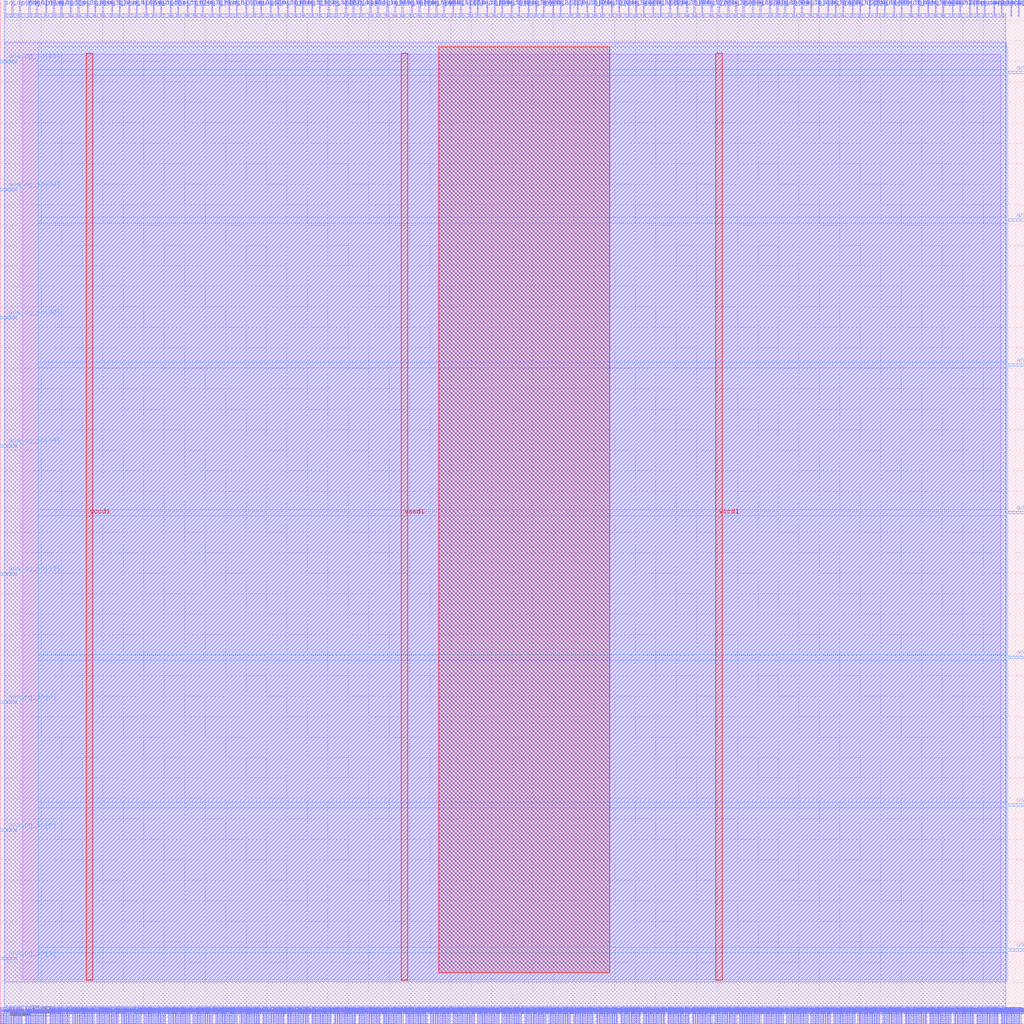
<source format=lef>
VERSION 5.7 ;
  NOWIREEXTENSIONATPIN ON ;
  DIVIDERCHAR "/" ;
  BUSBITCHARS "[]" ;
MACRO macro_no_fill
  CLASS BLOCK ;
  FOREIGN macro_no_fill ;
  ORIGIN 0.000 0.000 ;
  SIZE 250.000 BY 250.000 ;
  PIN active
    DIRECTION INPUT ;
    USE SIGNAL ;
    PORT
      LAYER met2 ;
        RECT 232.390 246.000 232.670 250.000 ;
    END
  END active
  PIN analog_io[0]
    DIRECTION INOUT ;
    USE SIGNAL ;
    PORT
      LAYER met2 ;
        RECT 244.810 0.000 245.090 4.000 ;
    END
  END analog_io[0]
  PIN analog_io[10]
    DIRECTION INOUT ;
    USE SIGNAL ;
    PORT
      LAYER met2 ;
        RECT 246.190 0.000 246.470 4.000 ;
    END
  END analog_io[10]
  PIN analog_io[11]
    DIRECTION INOUT ;
    USE SIGNAL ;
    PORT
      LAYER met2 ;
        RECT 242.510 246.000 242.790 250.000 ;
    END
  END analog_io[11]
  PIN analog_io[12]
    DIRECTION INOUT ;
    USE SIGNAL ;
    PORT
      LAYER met3 ;
        RECT 0.000 109.520 4.000 110.120 ;
    END
  END analog_io[12]
  PIN analog_io[13]
    DIRECTION INOUT ;
    USE SIGNAL ;
    PORT
      LAYER met3 ;
        RECT 246.000 160.520 250.000 161.120 ;
    END
  END analog_io[13]
  PIN analog_io[14]
    DIRECTION INOUT ;
    USE SIGNAL ;
    PORT
      LAYER met2 ;
        RECT 246.650 0.000 246.930 4.000 ;
    END
  END analog_io[14]
  PIN analog_io[15]
    DIRECTION INOUT ;
    USE SIGNAL ;
    PORT
      LAYER met2 ;
        RECT 247.110 0.000 247.390 4.000 ;
    END
  END analog_io[15]
  PIN analog_io[16]
    DIRECTION INOUT ;
    USE SIGNAL ;
    PORT
      LAYER met3 ;
        RECT 246.000 195.880 250.000 196.480 ;
    END
  END analog_io[16]
  PIN analog_io[17]
    DIRECTION INOUT ;
    USE SIGNAL ;
    PORT
      LAYER met2 ;
        RECT 247.570 0.000 247.850 4.000 ;
    END
  END analog_io[17]
  PIN analog_io[18]
    DIRECTION INOUT ;
    USE SIGNAL ;
    PORT
      LAYER met3 ;
        RECT 0.000 140.800 4.000 141.400 ;
    END
  END analog_io[18]
  PIN analog_io[19]
    DIRECTION INOUT ;
    USE SIGNAL ;
    PORT
      LAYER met2 ;
        RECT 248.030 0.000 248.310 4.000 ;
    END
  END analog_io[19]
  PIN analog_io[1]
    DIRECTION INOUT ;
    USE SIGNAL ;
    PORT
      LAYER met3 ;
        RECT 0.000 15.680 4.000 16.280 ;
    END
  END analog_io[1]
  PIN analog_io[20]
    DIRECTION INOUT ;
    USE SIGNAL ;
    PORT
      LAYER met3 ;
        RECT 0.000 172.080 4.000 172.680 ;
    END
  END analog_io[20]
  PIN analog_io[21]
    DIRECTION INOUT ;
    USE SIGNAL ;
    PORT
      LAYER met2 ;
        RECT 244.350 246.000 244.630 250.000 ;
    END
  END analog_io[21]
  PIN analog_io[22]
    DIRECTION INOUT ;
    USE SIGNAL ;
    PORT
      LAYER met2 ;
        RECT 246.650 246.000 246.930 250.000 ;
    END
  END analog_io[22]
  PIN analog_io[23]
    DIRECTION INOUT ;
    USE SIGNAL ;
    PORT
      LAYER met2 ;
        RECT 248.490 0.000 248.770 4.000 ;
    END
  END analog_io[23]
  PIN analog_io[24]
    DIRECTION INOUT ;
    USE SIGNAL ;
    PORT
      LAYER met3 ;
        RECT 0.000 203.360 4.000 203.960 ;
    END
  END analog_io[24]
  PIN analog_io[25]
    DIRECTION INOUT ;
    USE SIGNAL ;
    PORT
      LAYER met2 ;
        RECT 248.490 246.000 248.770 250.000 ;
    END
  END analog_io[25]
  PIN analog_io[26]
    DIRECTION INOUT ;
    USE SIGNAL ;
    PORT
      LAYER met2 ;
        RECT 248.950 0.000 249.230 4.000 ;
    END
  END analog_io[26]
  PIN analog_io[27]
    DIRECTION INOUT ;
    USE SIGNAL ;
    PORT
      LAYER met3 ;
        RECT 0.000 234.640 4.000 235.240 ;
    END
  END analog_io[27]
  PIN analog_io[28]
    DIRECTION INOUT ;
    USE SIGNAL ;
    PORT
      LAYER met3 ;
        RECT 246.000 231.920 250.000 232.520 ;
    END
  END analog_io[28]
  PIN analog_io[2]
    DIRECTION INOUT ;
    USE SIGNAL ;
    PORT
      LAYER met2 ;
        RECT 234.230 246.000 234.510 250.000 ;
    END
  END analog_io[2]
  PIN analog_io[3]
    DIRECTION INOUT ;
    USE SIGNAL ;
    PORT
      LAYER met2 ;
        RECT 238.370 246.000 238.650 250.000 ;
    END
  END analog_io[3]
  PIN analog_io[4]
    DIRECTION INOUT ;
    USE SIGNAL ;
    PORT
      LAYER met3 ;
        RECT 246.000 89.120 250.000 89.720 ;
    END
  END analog_io[4]
  PIN analog_io[5]
    DIRECTION INOUT ;
    USE SIGNAL ;
    PORT
      LAYER met3 ;
        RECT 246.000 124.480 250.000 125.080 ;
    END
  END analog_io[5]
  PIN analog_io[6]
    DIRECTION INOUT ;
    USE SIGNAL ;
    PORT
      LAYER met3 ;
        RECT 0.000 46.960 4.000 47.560 ;
    END
  END analog_io[6]
  PIN analog_io[7]
    DIRECTION INOUT ;
    USE SIGNAL ;
    PORT
      LAYER met2 ;
        RECT 240.210 246.000 240.490 250.000 ;
    END
  END analog_io[7]
  PIN analog_io[8]
    DIRECTION INOUT ;
    USE SIGNAL ;
    PORT
      LAYER met2 ;
        RECT 245.730 0.000 246.010 4.000 ;
    END
  END analog_io[8]
  PIN analog_io[9]
    DIRECTION INOUT ;
    USE SIGNAL ;
    PORT
      LAYER met3 ;
        RECT 0.000 78.240 4.000 78.840 ;
    END
  END analog_io[9]
  PIN io_in[0]
    DIRECTION INPUT ;
    USE SIGNAL ;
    PORT
      LAYER met2 ;
        RECT 1.010 246.000 1.290 250.000 ;
    END
  END io_in[0]
  PIN io_in[10]
    DIRECTION INPUT ;
    USE SIGNAL ;
    PORT
      LAYER met2 ;
        RECT 61.730 246.000 62.010 250.000 ;
    END
  END io_in[10]
  PIN io_in[11]
    DIRECTION INPUT ;
    USE SIGNAL ;
    PORT
      LAYER met2 ;
        RECT 67.710 246.000 67.990 250.000 ;
    END
  END io_in[11]
  PIN io_in[12]
    DIRECTION INPUT ;
    USE SIGNAL ;
    PORT
      LAYER met2 ;
        RECT 73.690 246.000 73.970 250.000 ;
    END
  END io_in[12]
  PIN io_in[13]
    DIRECTION INPUT ;
    USE SIGNAL ;
    PORT
      LAYER met2 ;
        RECT 80.130 246.000 80.410 250.000 ;
    END
  END io_in[13]
  PIN io_in[14]
    DIRECTION INPUT ;
    USE SIGNAL ;
    PORT
      LAYER met2 ;
        RECT 86.110 246.000 86.390 250.000 ;
    END
  END io_in[14]
  PIN io_in[15]
    DIRECTION INPUT ;
    USE SIGNAL ;
    PORT
      LAYER met2 ;
        RECT 92.090 246.000 92.370 250.000 ;
    END
  END io_in[15]
  PIN io_in[16]
    DIRECTION INPUT ;
    USE SIGNAL ;
    PORT
      LAYER met2 ;
        RECT 98.070 246.000 98.350 250.000 ;
    END
  END io_in[16]
  PIN io_in[17]
    DIRECTION INPUT ;
    USE SIGNAL ;
    PORT
      LAYER met2 ;
        RECT 104.510 246.000 104.790 250.000 ;
    END
  END io_in[17]
  PIN io_in[18]
    DIRECTION INPUT ;
    USE SIGNAL ;
    PORT
      LAYER met2 ;
        RECT 110.490 246.000 110.770 250.000 ;
    END
  END io_in[18]
  PIN io_in[19]
    DIRECTION INPUT ;
    USE SIGNAL ;
    PORT
      LAYER met2 ;
        RECT 116.470 246.000 116.750 250.000 ;
    END
  END io_in[19]
  PIN io_in[1]
    DIRECTION INPUT ;
    USE SIGNAL ;
    PORT
      LAYER met2 ;
        RECT 6.990 246.000 7.270 250.000 ;
    END
  END io_in[1]
  PIN io_in[20]
    DIRECTION INPUT ;
    USE SIGNAL ;
    PORT
      LAYER met2 ;
        RECT 122.450 246.000 122.730 250.000 ;
    END
  END io_in[20]
  PIN io_in[21]
    DIRECTION INPUT ;
    USE SIGNAL ;
    PORT
      LAYER met2 ;
        RECT 128.890 246.000 129.170 250.000 ;
    END
  END io_in[21]
  PIN io_in[22]
    DIRECTION INPUT ;
    USE SIGNAL ;
    PORT
      LAYER met2 ;
        RECT 134.870 246.000 135.150 250.000 ;
    END
  END io_in[22]
  PIN io_in[23]
    DIRECTION INPUT ;
    USE SIGNAL ;
    PORT
      LAYER met2 ;
        RECT 140.850 246.000 141.130 250.000 ;
    END
  END io_in[23]
  PIN io_in[24]
    DIRECTION INPUT ;
    USE SIGNAL ;
    PORT
      LAYER met2 ;
        RECT 146.830 246.000 147.110 250.000 ;
    END
  END io_in[24]
  PIN io_in[25]
    DIRECTION INPUT ;
    USE SIGNAL ;
    PORT
      LAYER met2 ;
        RECT 153.270 246.000 153.550 250.000 ;
    END
  END io_in[25]
  PIN io_in[26]
    DIRECTION INPUT ;
    USE SIGNAL ;
    PORT
      LAYER met2 ;
        RECT 159.250 246.000 159.530 250.000 ;
    END
  END io_in[26]
  PIN io_in[27]
    DIRECTION INPUT ;
    USE SIGNAL ;
    PORT
      LAYER met2 ;
        RECT 165.230 246.000 165.510 250.000 ;
    END
  END io_in[27]
  PIN io_in[28]
    DIRECTION INPUT ;
    USE SIGNAL ;
    PORT
      LAYER met2 ;
        RECT 171.210 246.000 171.490 250.000 ;
    END
  END io_in[28]
  PIN io_in[29]
    DIRECTION INPUT ;
    USE SIGNAL ;
    PORT
      LAYER met2 ;
        RECT 177.650 246.000 177.930 250.000 ;
    END
  END io_in[29]
  PIN io_in[2]
    DIRECTION INPUT ;
    USE SIGNAL ;
    PORT
      LAYER met2 ;
        RECT 12.970 246.000 13.250 250.000 ;
    END
  END io_in[2]
  PIN io_in[30]
    DIRECTION INPUT ;
    USE SIGNAL ;
    PORT
      LAYER met2 ;
        RECT 183.630 246.000 183.910 250.000 ;
    END
  END io_in[30]
  PIN io_in[31]
    DIRECTION INPUT ;
    USE SIGNAL ;
    PORT
      LAYER met2 ;
        RECT 189.610 246.000 189.890 250.000 ;
    END
  END io_in[31]
  PIN io_in[32]
    DIRECTION INPUT ;
    USE SIGNAL ;
    PORT
      LAYER met2 ;
        RECT 195.590 246.000 195.870 250.000 ;
    END
  END io_in[32]
  PIN io_in[33]
    DIRECTION INPUT ;
    USE SIGNAL ;
    PORT
      LAYER met2 ;
        RECT 202.030 246.000 202.310 250.000 ;
    END
  END io_in[33]
  PIN io_in[34]
    DIRECTION INPUT ;
    USE SIGNAL ;
    PORT
      LAYER met2 ;
        RECT 208.010 246.000 208.290 250.000 ;
    END
  END io_in[34]
  PIN io_in[35]
    DIRECTION INPUT ;
    USE SIGNAL ;
    PORT
      LAYER met2 ;
        RECT 213.990 246.000 214.270 250.000 ;
    END
  END io_in[35]
  PIN io_in[36]
    DIRECTION INPUT ;
    USE SIGNAL ;
    PORT
      LAYER met2 ;
        RECT 219.970 246.000 220.250 250.000 ;
    END
  END io_in[36]
  PIN io_in[37]
    DIRECTION INPUT ;
    USE SIGNAL ;
    PORT
      LAYER met2 ;
        RECT 226.410 246.000 226.690 250.000 ;
    END
  END io_in[37]
  PIN io_in[3]
    DIRECTION INPUT ;
    USE SIGNAL ;
    PORT
      LAYER met2 ;
        RECT 18.950 246.000 19.230 250.000 ;
    END
  END io_in[3]
  PIN io_in[4]
    DIRECTION INPUT ;
    USE SIGNAL ;
    PORT
      LAYER met2 ;
        RECT 24.930 246.000 25.210 250.000 ;
    END
  END io_in[4]
  PIN io_in[5]
    DIRECTION INPUT ;
    USE SIGNAL ;
    PORT
      LAYER met2 ;
        RECT 31.370 246.000 31.650 250.000 ;
    END
  END io_in[5]
  PIN io_in[6]
    DIRECTION INPUT ;
    USE SIGNAL ;
    PORT
      LAYER met2 ;
        RECT 37.350 246.000 37.630 250.000 ;
    END
  END io_in[6]
  PIN io_in[7]
    DIRECTION INPUT ;
    USE SIGNAL ;
    PORT
      LAYER met2 ;
        RECT 43.330 246.000 43.610 250.000 ;
    END
  END io_in[7]
  PIN io_in[8]
    DIRECTION INPUT ;
    USE SIGNAL ;
    PORT
      LAYER met2 ;
        RECT 49.310 246.000 49.590 250.000 ;
    END
  END io_in[8]
  PIN io_in[9]
    DIRECTION INPUT ;
    USE SIGNAL ;
    PORT
      LAYER met2 ;
        RECT 55.750 246.000 56.030 250.000 ;
    END
  END io_in[9]
  PIN io_oeb[0]
    DIRECTION OUTPUT TRISTATE ;
    USE SIGNAL ;
    PORT
      LAYER met2 ;
        RECT 2.850 246.000 3.130 250.000 ;
    END
  END io_oeb[0]
  PIN io_oeb[10]
    DIRECTION OUTPUT TRISTATE ;
    USE SIGNAL ;
    PORT
      LAYER met2 ;
        RECT 63.570 246.000 63.850 250.000 ;
    END
  END io_oeb[10]
  PIN io_oeb[11]
    DIRECTION OUTPUT TRISTATE ;
    USE SIGNAL ;
    PORT
      LAYER met2 ;
        RECT 70.010 246.000 70.290 250.000 ;
    END
  END io_oeb[11]
  PIN io_oeb[12]
    DIRECTION OUTPUT TRISTATE ;
    USE SIGNAL ;
    PORT
      LAYER met2 ;
        RECT 75.990 246.000 76.270 250.000 ;
    END
  END io_oeb[12]
  PIN io_oeb[13]
    DIRECTION OUTPUT TRISTATE ;
    USE SIGNAL ;
    PORT
      LAYER met2 ;
        RECT 81.970 246.000 82.250 250.000 ;
    END
  END io_oeb[13]
  PIN io_oeb[14]
    DIRECTION OUTPUT TRISTATE ;
    USE SIGNAL ;
    PORT
      LAYER met2 ;
        RECT 87.950 246.000 88.230 250.000 ;
    END
  END io_oeb[14]
  PIN io_oeb[15]
    DIRECTION OUTPUT TRISTATE ;
    USE SIGNAL ;
    PORT
      LAYER met2 ;
        RECT 94.390 246.000 94.670 250.000 ;
    END
  END io_oeb[15]
  PIN io_oeb[16]
    DIRECTION OUTPUT TRISTATE ;
    USE SIGNAL ;
    PORT
      LAYER met2 ;
        RECT 100.370 246.000 100.650 250.000 ;
    END
  END io_oeb[16]
  PIN io_oeb[17]
    DIRECTION OUTPUT TRISTATE ;
    USE SIGNAL ;
    PORT
      LAYER met2 ;
        RECT 106.350 246.000 106.630 250.000 ;
    END
  END io_oeb[17]
  PIN io_oeb[18]
    DIRECTION OUTPUT TRISTATE ;
    USE SIGNAL ;
    PORT
      LAYER met2 ;
        RECT 112.330 246.000 112.610 250.000 ;
    END
  END io_oeb[18]
  PIN io_oeb[19]
    DIRECTION OUTPUT TRISTATE ;
    USE SIGNAL ;
    PORT
      LAYER met2 ;
        RECT 118.770 246.000 119.050 250.000 ;
    END
  END io_oeb[19]
  PIN io_oeb[1]
    DIRECTION OUTPUT TRISTATE ;
    USE SIGNAL ;
    PORT
      LAYER met2 ;
        RECT 8.830 246.000 9.110 250.000 ;
    END
  END io_oeb[1]
  PIN io_oeb[20]
    DIRECTION OUTPUT TRISTATE ;
    USE SIGNAL ;
    PORT
      LAYER met2 ;
        RECT 124.750 246.000 125.030 250.000 ;
    END
  END io_oeb[20]
  PIN io_oeb[21]
    DIRECTION OUTPUT TRISTATE ;
    USE SIGNAL ;
    PORT
      LAYER met2 ;
        RECT 130.730 246.000 131.010 250.000 ;
    END
  END io_oeb[21]
  PIN io_oeb[22]
    DIRECTION OUTPUT TRISTATE ;
    USE SIGNAL ;
    PORT
      LAYER met2 ;
        RECT 136.710 246.000 136.990 250.000 ;
    END
  END io_oeb[22]
  PIN io_oeb[23]
    DIRECTION OUTPUT TRISTATE ;
    USE SIGNAL ;
    PORT
      LAYER met2 ;
        RECT 143.150 246.000 143.430 250.000 ;
    END
  END io_oeb[23]
  PIN io_oeb[24]
    DIRECTION OUTPUT TRISTATE ;
    USE SIGNAL ;
    PORT
      LAYER met2 ;
        RECT 149.130 246.000 149.410 250.000 ;
    END
  END io_oeb[24]
  PIN io_oeb[25]
    DIRECTION OUTPUT TRISTATE ;
    USE SIGNAL ;
    PORT
      LAYER met2 ;
        RECT 155.110 246.000 155.390 250.000 ;
    END
  END io_oeb[25]
  PIN io_oeb[26]
    DIRECTION OUTPUT TRISTATE ;
    USE SIGNAL ;
    PORT
      LAYER met2 ;
        RECT 161.090 246.000 161.370 250.000 ;
    END
  END io_oeb[26]
  PIN io_oeb[27]
    DIRECTION OUTPUT TRISTATE ;
    USE SIGNAL ;
    PORT
      LAYER met2 ;
        RECT 167.530 246.000 167.810 250.000 ;
    END
  END io_oeb[27]
  PIN io_oeb[28]
    DIRECTION OUTPUT TRISTATE ;
    USE SIGNAL ;
    PORT
      LAYER met2 ;
        RECT 173.510 246.000 173.790 250.000 ;
    END
  END io_oeb[28]
  PIN io_oeb[29]
    DIRECTION OUTPUT TRISTATE ;
    USE SIGNAL ;
    PORT
      LAYER met2 ;
        RECT 179.490 246.000 179.770 250.000 ;
    END
  END io_oeb[29]
  PIN io_oeb[2]
    DIRECTION OUTPUT TRISTATE ;
    USE SIGNAL ;
    PORT
      LAYER met2 ;
        RECT 14.810 246.000 15.090 250.000 ;
    END
  END io_oeb[2]
  PIN io_oeb[30]
    DIRECTION OUTPUT TRISTATE ;
    USE SIGNAL ;
    PORT
      LAYER met2 ;
        RECT 185.470 246.000 185.750 250.000 ;
    END
  END io_oeb[30]
  PIN io_oeb[31]
    DIRECTION OUTPUT TRISTATE ;
    USE SIGNAL ;
    PORT
      LAYER met2 ;
        RECT 191.450 246.000 191.730 250.000 ;
    END
  END io_oeb[31]
  PIN io_oeb[32]
    DIRECTION OUTPUT TRISTATE ;
    USE SIGNAL ;
    PORT
      LAYER met2 ;
        RECT 197.890 246.000 198.170 250.000 ;
    END
  END io_oeb[32]
  PIN io_oeb[33]
    DIRECTION OUTPUT TRISTATE ;
    USE SIGNAL ;
    PORT
      LAYER met2 ;
        RECT 203.870 246.000 204.150 250.000 ;
    END
  END io_oeb[33]
  PIN io_oeb[34]
    DIRECTION OUTPUT TRISTATE ;
    USE SIGNAL ;
    PORT
      LAYER met2 ;
        RECT 209.850 246.000 210.130 250.000 ;
    END
  END io_oeb[34]
  PIN io_oeb[35]
    DIRECTION OUTPUT TRISTATE ;
    USE SIGNAL ;
    PORT
      LAYER met2 ;
        RECT 215.830 246.000 216.110 250.000 ;
    END
  END io_oeb[35]
  PIN io_oeb[36]
    DIRECTION OUTPUT TRISTATE ;
    USE SIGNAL ;
    PORT
      LAYER met2 ;
        RECT 222.270 246.000 222.550 250.000 ;
    END
  END io_oeb[36]
  PIN io_oeb[37]
    DIRECTION OUTPUT TRISTATE ;
    USE SIGNAL ;
    PORT
      LAYER met2 ;
        RECT 228.250 246.000 228.530 250.000 ;
    END
  END io_oeb[37]
  PIN io_oeb[3]
    DIRECTION OUTPUT TRISTATE ;
    USE SIGNAL ;
    PORT
      LAYER met2 ;
        RECT 21.250 246.000 21.530 250.000 ;
    END
  END io_oeb[3]
  PIN io_oeb[4]
    DIRECTION OUTPUT TRISTATE ;
    USE SIGNAL ;
    PORT
      LAYER met2 ;
        RECT 27.230 246.000 27.510 250.000 ;
    END
  END io_oeb[4]
  PIN io_oeb[5]
    DIRECTION OUTPUT TRISTATE ;
    USE SIGNAL ;
    PORT
      LAYER met2 ;
        RECT 33.210 246.000 33.490 250.000 ;
    END
  END io_oeb[5]
  PIN io_oeb[6]
    DIRECTION OUTPUT TRISTATE ;
    USE SIGNAL ;
    PORT
      LAYER met2 ;
        RECT 39.190 246.000 39.470 250.000 ;
    END
  END io_oeb[6]
  PIN io_oeb[7]
    DIRECTION OUTPUT TRISTATE ;
    USE SIGNAL ;
    PORT
      LAYER met2 ;
        RECT 45.630 246.000 45.910 250.000 ;
    END
  END io_oeb[7]
  PIN io_oeb[8]
    DIRECTION OUTPUT TRISTATE ;
    USE SIGNAL ;
    PORT
      LAYER met2 ;
        RECT 51.610 246.000 51.890 250.000 ;
    END
  END io_oeb[8]
  PIN io_oeb[9]
    DIRECTION OUTPUT TRISTATE ;
    USE SIGNAL ;
    PORT
      LAYER met2 ;
        RECT 57.590 246.000 57.870 250.000 ;
    END
  END io_oeb[9]
  PIN io_out[0]
    DIRECTION OUTPUT TRISTATE ;
    USE SIGNAL ;
    PORT
      LAYER met2 ;
        RECT 4.690 246.000 4.970 250.000 ;
    END
  END io_out[0]
  PIN io_out[10]
    DIRECTION OUTPUT TRISTATE ;
    USE SIGNAL ;
    PORT
      LAYER met2 ;
        RECT 65.870 246.000 66.150 250.000 ;
    END
  END io_out[10]
  PIN io_out[11]
    DIRECTION OUTPUT TRISTATE ;
    USE SIGNAL ;
    PORT
      LAYER met2 ;
        RECT 71.850 246.000 72.130 250.000 ;
    END
  END io_out[11]
  PIN io_out[12]
    DIRECTION OUTPUT TRISTATE ;
    USE SIGNAL ;
    PORT
      LAYER met2 ;
        RECT 77.830 246.000 78.110 250.000 ;
    END
  END io_out[12]
  PIN io_out[13]
    DIRECTION OUTPUT TRISTATE ;
    USE SIGNAL ;
    PORT
      LAYER met2 ;
        RECT 84.270 246.000 84.550 250.000 ;
    END
  END io_out[13]
  PIN io_out[14]
    DIRECTION OUTPUT TRISTATE ;
    USE SIGNAL ;
    PORT
      LAYER met2 ;
        RECT 90.250 246.000 90.530 250.000 ;
    END
  END io_out[14]
  PIN io_out[15]
    DIRECTION OUTPUT TRISTATE ;
    USE SIGNAL ;
    PORT
      LAYER met2 ;
        RECT 96.230 246.000 96.510 250.000 ;
    END
  END io_out[15]
  PIN io_out[16]
    DIRECTION OUTPUT TRISTATE ;
    USE SIGNAL ;
    PORT
      LAYER met2 ;
        RECT 102.210 246.000 102.490 250.000 ;
    END
  END io_out[16]
  PIN io_out[17]
    DIRECTION OUTPUT TRISTATE ;
    USE SIGNAL ;
    PORT
      LAYER met2 ;
        RECT 108.190 246.000 108.470 250.000 ;
    END
  END io_out[17]
  PIN io_out[18]
    DIRECTION OUTPUT TRISTATE ;
    USE SIGNAL ;
    PORT
      LAYER met2 ;
        RECT 114.630 246.000 114.910 250.000 ;
    END
  END io_out[18]
  PIN io_out[19]
    DIRECTION OUTPUT TRISTATE ;
    USE SIGNAL ;
    PORT
      LAYER met2 ;
        RECT 120.610 246.000 120.890 250.000 ;
    END
  END io_out[19]
  PIN io_out[1]
    DIRECTION OUTPUT TRISTATE ;
    USE SIGNAL ;
    PORT
      LAYER met2 ;
        RECT 11.130 246.000 11.410 250.000 ;
    END
  END io_out[1]
  PIN io_out[20]
    DIRECTION OUTPUT TRISTATE ;
    USE SIGNAL ;
    PORT
      LAYER met2 ;
        RECT 126.590 246.000 126.870 250.000 ;
    END
  END io_out[20]
  PIN io_out[21]
    DIRECTION OUTPUT TRISTATE ;
    USE SIGNAL ;
    PORT
      LAYER met2 ;
        RECT 132.570 246.000 132.850 250.000 ;
    END
  END io_out[21]
  PIN io_out[22]
    DIRECTION OUTPUT TRISTATE ;
    USE SIGNAL ;
    PORT
      LAYER met2 ;
        RECT 139.010 246.000 139.290 250.000 ;
    END
  END io_out[22]
  PIN io_out[23]
    DIRECTION OUTPUT TRISTATE ;
    USE SIGNAL ;
    PORT
      LAYER met2 ;
        RECT 144.990 246.000 145.270 250.000 ;
    END
  END io_out[23]
  PIN io_out[24]
    DIRECTION OUTPUT TRISTATE ;
    USE SIGNAL ;
    PORT
      LAYER met2 ;
        RECT 150.970 246.000 151.250 250.000 ;
    END
  END io_out[24]
  PIN io_out[25]
    DIRECTION OUTPUT TRISTATE ;
    USE SIGNAL ;
    PORT
      LAYER met2 ;
        RECT 156.950 246.000 157.230 250.000 ;
    END
  END io_out[25]
  PIN io_out[26]
    DIRECTION OUTPUT TRISTATE ;
    USE SIGNAL ;
    PORT
      LAYER met2 ;
        RECT 163.390 246.000 163.670 250.000 ;
    END
  END io_out[26]
  PIN io_out[27]
    DIRECTION OUTPUT TRISTATE ;
    USE SIGNAL ;
    PORT
      LAYER met2 ;
        RECT 169.370 246.000 169.650 250.000 ;
    END
  END io_out[27]
  PIN io_out[28]
    DIRECTION OUTPUT TRISTATE ;
    USE SIGNAL ;
    PORT
      LAYER met2 ;
        RECT 175.350 246.000 175.630 250.000 ;
    END
  END io_out[28]
  PIN io_out[29]
    DIRECTION OUTPUT TRISTATE ;
    USE SIGNAL ;
    PORT
      LAYER met2 ;
        RECT 181.330 246.000 181.610 250.000 ;
    END
  END io_out[29]
  PIN io_out[2]
    DIRECTION OUTPUT TRISTATE ;
    USE SIGNAL ;
    PORT
      LAYER met2 ;
        RECT 17.110 246.000 17.390 250.000 ;
    END
  END io_out[2]
  PIN io_out[30]
    DIRECTION OUTPUT TRISTATE ;
    USE SIGNAL ;
    PORT
      LAYER met2 ;
        RECT 187.770 246.000 188.050 250.000 ;
    END
  END io_out[30]
  PIN io_out[31]
    DIRECTION OUTPUT TRISTATE ;
    USE SIGNAL ;
    PORT
      LAYER met2 ;
        RECT 193.750 246.000 194.030 250.000 ;
    END
  END io_out[31]
  PIN io_out[32]
    DIRECTION OUTPUT TRISTATE ;
    USE SIGNAL ;
    PORT
      LAYER met2 ;
        RECT 199.730 246.000 200.010 250.000 ;
    END
  END io_out[32]
  PIN io_out[33]
    DIRECTION OUTPUT TRISTATE ;
    USE SIGNAL ;
    PORT
      LAYER met2 ;
        RECT 205.710 246.000 205.990 250.000 ;
    END
  END io_out[33]
  PIN io_out[34]
    DIRECTION OUTPUT TRISTATE ;
    USE SIGNAL ;
    PORT
      LAYER met2 ;
        RECT 212.150 246.000 212.430 250.000 ;
    END
  END io_out[34]
  PIN io_out[35]
    DIRECTION OUTPUT TRISTATE ;
    USE SIGNAL ;
    PORT
      LAYER met2 ;
        RECT 218.130 246.000 218.410 250.000 ;
    END
  END io_out[35]
  PIN io_out[36]
    DIRECTION OUTPUT TRISTATE ;
    USE SIGNAL ;
    PORT
      LAYER met2 ;
        RECT 224.110 246.000 224.390 250.000 ;
    END
  END io_out[36]
  PIN io_out[37]
    DIRECTION OUTPUT TRISTATE ;
    USE SIGNAL ;
    PORT
      LAYER met2 ;
        RECT 230.090 246.000 230.370 250.000 ;
    END
  END io_out[37]
  PIN io_out[3]
    DIRECTION OUTPUT TRISTATE ;
    USE SIGNAL ;
    PORT
      LAYER met2 ;
        RECT 23.090 246.000 23.370 250.000 ;
    END
  END io_out[3]
  PIN io_out[4]
    DIRECTION OUTPUT TRISTATE ;
    USE SIGNAL ;
    PORT
      LAYER met2 ;
        RECT 29.070 246.000 29.350 250.000 ;
    END
  END io_out[4]
  PIN io_out[5]
    DIRECTION OUTPUT TRISTATE ;
    USE SIGNAL ;
    PORT
      LAYER met2 ;
        RECT 35.510 246.000 35.790 250.000 ;
    END
  END io_out[5]
  PIN io_out[6]
    DIRECTION OUTPUT TRISTATE ;
    USE SIGNAL ;
    PORT
      LAYER met2 ;
        RECT 41.490 246.000 41.770 250.000 ;
    END
  END io_out[6]
  PIN io_out[7]
    DIRECTION OUTPUT TRISTATE ;
    USE SIGNAL ;
    PORT
      LAYER met2 ;
        RECT 47.470 246.000 47.750 250.000 ;
    END
  END io_out[7]
  PIN io_out[8]
    DIRECTION OUTPUT TRISTATE ;
    USE SIGNAL ;
    PORT
      LAYER met2 ;
        RECT 53.450 246.000 53.730 250.000 ;
    END
  END io_out[8]
  PIN io_out[9]
    DIRECTION OUTPUT TRISTATE ;
    USE SIGNAL ;
    PORT
      LAYER met2 ;
        RECT 59.890 246.000 60.170 250.000 ;
    END
  END io_out[9]
  PIN la_data_in[0]
    DIRECTION INPUT ;
    USE SIGNAL ;
    PORT
      LAYER met2 ;
        RECT 52.990 0.000 53.270 4.000 ;
    END
  END la_data_in[0]
  PIN la_data_in[100]
    DIRECTION INPUT ;
    USE SIGNAL ;
    PORT
      LAYER met2 ;
        RECT 202.490 0.000 202.770 4.000 ;
    END
  END la_data_in[100]
  PIN la_data_in[101]
    DIRECTION INPUT ;
    USE SIGNAL ;
    PORT
      LAYER met2 ;
        RECT 204.330 0.000 204.610 4.000 ;
    END
  END la_data_in[101]
  PIN la_data_in[102]
    DIRECTION INPUT ;
    USE SIGNAL ;
    PORT
      LAYER met2 ;
        RECT 205.710 0.000 205.990 4.000 ;
    END
  END la_data_in[102]
  PIN la_data_in[103]
    DIRECTION INPUT ;
    USE SIGNAL ;
    PORT
      LAYER met2 ;
        RECT 207.090 0.000 207.370 4.000 ;
    END
  END la_data_in[103]
  PIN la_data_in[104]
    DIRECTION INPUT ;
    USE SIGNAL ;
    PORT
      LAYER met2 ;
        RECT 208.470 0.000 208.750 4.000 ;
    END
  END la_data_in[104]
  PIN la_data_in[105]
    DIRECTION INPUT ;
    USE SIGNAL ;
    PORT
      LAYER met2 ;
        RECT 210.310 0.000 210.590 4.000 ;
    END
  END la_data_in[105]
  PIN la_data_in[106]
    DIRECTION INPUT ;
    USE SIGNAL ;
    PORT
      LAYER met2 ;
        RECT 211.690 0.000 211.970 4.000 ;
    END
  END la_data_in[106]
  PIN la_data_in[107]
    DIRECTION INPUT ;
    USE SIGNAL ;
    PORT
      LAYER met2 ;
        RECT 213.070 0.000 213.350 4.000 ;
    END
  END la_data_in[107]
  PIN la_data_in[108]
    DIRECTION INPUT ;
    USE SIGNAL ;
    PORT
      LAYER met2 ;
        RECT 214.450 0.000 214.730 4.000 ;
    END
  END la_data_in[108]
  PIN la_data_in[109]
    DIRECTION INPUT ;
    USE SIGNAL ;
    PORT
      LAYER met2 ;
        RECT 216.290 0.000 216.570 4.000 ;
    END
  END la_data_in[109]
  PIN la_data_in[10]
    DIRECTION INPUT ;
    USE SIGNAL ;
    PORT
      LAYER met2 ;
        RECT 67.710 0.000 67.990 4.000 ;
    END
  END la_data_in[10]
  PIN la_data_in[110]
    DIRECTION INPUT ;
    USE SIGNAL ;
    PORT
      LAYER met2 ;
        RECT 217.670 0.000 217.950 4.000 ;
    END
  END la_data_in[110]
  PIN la_data_in[111]
    DIRECTION INPUT ;
    USE SIGNAL ;
    PORT
      LAYER met2 ;
        RECT 219.050 0.000 219.330 4.000 ;
    END
  END la_data_in[111]
  PIN la_data_in[112]
    DIRECTION INPUT ;
    USE SIGNAL ;
    PORT
      LAYER met2 ;
        RECT 220.890 0.000 221.170 4.000 ;
    END
  END la_data_in[112]
  PIN la_data_in[113]
    DIRECTION INPUT ;
    USE SIGNAL ;
    PORT
      LAYER met2 ;
        RECT 222.270 0.000 222.550 4.000 ;
    END
  END la_data_in[113]
  PIN la_data_in[114]
    DIRECTION INPUT ;
    USE SIGNAL ;
    PORT
      LAYER met2 ;
        RECT 223.650 0.000 223.930 4.000 ;
    END
  END la_data_in[114]
  PIN la_data_in[115]
    DIRECTION INPUT ;
    USE SIGNAL ;
    PORT
      LAYER met2 ;
        RECT 225.030 0.000 225.310 4.000 ;
    END
  END la_data_in[115]
  PIN la_data_in[116]
    DIRECTION INPUT ;
    USE SIGNAL ;
    PORT
      LAYER met2 ;
        RECT 226.870 0.000 227.150 4.000 ;
    END
  END la_data_in[116]
  PIN la_data_in[117]
    DIRECTION INPUT ;
    USE SIGNAL ;
    PORT
      LAYER met2 ;
        RECT 228.250 0.000 228.530 4.000 ;
    END
  END la_data_in[117]
  PIN la_data_in[118]
    DIRECTION INPUT ;
    USE SIGNAL ;
    PORT
      LAYER met2 ;
        RECT 229.630 0.000 229.910 4.000 ;
    END
  END la_data_in[118]
  PIN la_data_in[119]
    DIRECTION INPUT ;
    USE SIGNAL ;
    PORT
      LAYER met2 ;
        RECT 231.010 0.000 231.290 4.000 ;
    END
  END la_data_in[119]
  PIN la_data_in[11]
    DIRECTION INPUT ;
    USE SIGNAL ;
    PORT
      LAYER met2 ;
        RECT 69.090 0.000 69.370 4.000 ;
    END
  END la_data_in[11]
  PIN la_data_in[120]
    DIRECTION INPUT ;
    USE SIGNAL ;
    PORT
      LAYER met2 ;
        RECT 232.850 0.000 233.130 4.000 ;
    END
  END la_data_in[120]
  PIN la_data_in[121]
    DIRECTION INPUT ;
    USE SIGNAL ;
    PORT
      LAYER met2 ;
        RECT 234.230 0.000 234.510 4.000 ;
    END
  END la_data_in[121]
  PIN la_data_in[122]
    DIRECTION INPUT ;
    USE SIGNAL ;
    PORT
      LAYER met2 ;
        RECT 235.610 0.000 235.890 4.000 ;
    END
  END la_data_in[122]
  PIN la_data_in[123]
    DIRECTION INPUT ;
    USE SIGNAL ;
    PORT
      LAYER met2 ;
        RECT 236.990 0.000 237.270 4.000 ;
    END
  END la_data_in[123]
  PIN la_data_in[124]
    DIRECTION INPUT ;
    USE SIGNAL ;
    PORT
      LAYER met2 ;
        RECT 238.830 0.000 239.110 4.000 ;
    END
  END la_data_in[124]
  PIN la_data_in[125]
    DIRECTION INPUT ;
    USE SIGNAL ;
    PORT
      LAYER met2 ;
        RECT 240.210 0.000 240.490 4.000 ;
    END
  END la_data_in[125]
  PIN la_data_in[126]
    DIRECTION INPUT ;
    USE SIGNAL ;
    PORT
      LAYER met2 ;
        RECT 241.590 0.000 241.870 4.000 ;
    END
  END la_data_in[126]
  PIN la_data_in[127]
    DIRECTION INPUT ;
    USE SIGNAL ;
    PORT
      LAYER met2 ;
        RECT 242.970 0.000 243.250 4.000 ;
    END
  END la_data_in[127]
  PIN la_data_in[12]
    DIRECTION INPUT ;
    USE SIGNAL ;
    PORT
      LAYER met2 ;
        RECT 70.930 0.000 71.210 4.000 ;
    END
  END la_data_in[12]
  PIN la_data_in[13]
    DIRECTION INPUT ;
    USE SIGNAL ;
    PORT
      LAYER met2 ;
        RECT 72.310 0.000 72.590 4.000 ;
    END
  END la_data_in[13]
  PIN la_data_in[14]
    DIRECTION INPUT ;
    USE SIGNAL ;
    PORT
      LAYER met2 ;
        RECT 73.690 0.000 73.970 4.000 ;
    END
  END la_data_in[14]
  PIN la_data_in[15]
    DIRECTION INPUT ;
    USE SIGNAL ;
    PORT
      LAYER met2 ;
        RECT 75.070 0.000 75.350 4.000 ;
    END
  END la_data_in[15]
  PIN la_data_in[16]
    DIRECTION INPUT ;
    USE SIGNAL ;
    PORT
      LAYER met2 ;
        RECT 76.910 0.000 77.190 4.000 ;
    END
  END la_data_in[16]
  PIN la_data_in[17]
    DIRECTION INPUT ;
    USE SIGNAL ;
    PORT
      LAYER met2 ;
        RECT 78.290 0.000 78.570 4.000 ;
    END
  END la_data_in[17]
  PIN la_data_in[18]
    DIRECTION INPUT ;
    USE SIGNAL ;
    PORT
      LAYER met2 ;
        RECT 79.670 0.000 79.950 4.000 ;
    END
  END la_data_in[18]
  PIN la_data_in[19]
    DIRECTION INPUT ;
    USE SIGNAL ;
    PORT
      LAYER met2 ;
        RECT 81.510 0.000 81.790 4.000 ;
    END
  END la_data_in[19]
  PIN la_data_in[1]
    DIRECTION INPUT ;
    USE SIGNAL ;
    PORT
      LAYER met2 ;
        RECT 54.370 0.000 54.650 4.000 ;
    END
  END la_data_in[1]
  PIN la_data_in[20]
    DIRECTION INPUT ;
    USE SIGNAL ;
    PORT
      LAYER met2 ;
        RECT 82.890 0.000 83.170 4.000 ;
    END
  END la_data_in[20]
  PIN la_data_in[21]
    DIRECTION INPUT ;
    USE SIGNAL ;
    PORT
      LAYER met2 ;
        RECT 84.270 0.000 84.550 4.000 ;
    END
  END la_data_in[21]
  PIN la_data_in[22]
    DIRECTION INPUT ;
    USE SIGNAL ;
    PORT
      LAYER met2 ;
        RECT 85.650 0.000 85.930 4.000 ;
    END
  END la_data_in[22]
  PIN la_data_in[23]
    DIRECTION INPUT ;
    USE SIGNAL ;
    PORT
      LAYER met2 ;
        RECT 87.490 0.000 87.770 4.000 ;
    END
  END la_data_in[23]
  PIN la_data_in[24]
    DIRECTION INPUT ;
    USE SIGNAL ;
    PORT
      LAYER met2 ;
        RECT 88.870 0.000 89.150 4.000 ;
    END
  END la_data_in[24]
  PIN la_data_in[25]
    DIRECTION INPUT ;
    USE SIGNAL ;
    PORT
      LAYER met2 ;
        RECT 90.250 0.000 90.530 4.000 ;
    END
  END la_data_in[25]
  PIN la_data_in[26]
    DIRECTION INPUT ;
    USE SIGNAL ;
    PORT
      LAYER met2 ;
        RECT 91.630 0.000 91.910 4.000 ;
    END
  END la_data_in[26]
  PIN la_data_in[27]
    DIRECTION INPUT ;
    USE SIGNAL ;
    PORT
      LAYER met2 ;
        RECT 93.470 0.000 93.750 4.000 ;
    END
  END la_data_in[27]
  PIN la_data_in[28]
    DIRECTION INPUT ;
    USE SIGNAL ;
    PORT
      LAYER met2 ;
        RECT 94.850 0.000 95.130 4.000 ;
    END
  END la_data_in[28]
  PIN la_data_in[29]
    DIRECTION INPUT ;
    USE SIGNAL ;
    PORT
      LAYER met2 ;
        RECT 96.230 0.000 96.510 4.000 ;
    END
  END la_data_in[29]
  PIN la_data_in[2]
    DIRECTION INPUT ;
    USE SIGNAL ;
    PORT
      LAYER met2 ;
        RECT 55.750 0.000 56.030 4.000 ;
    END
  END la_data_in[2]
  PIN la_data_in[30]
    DIRECTION INPUT ;
    USE SIGNAL ;
    PORT
      LAYER met2 ;
        RECT 97.610 0.000 97.890 4.000 ;
    END
  END la_data_in[30]
  PIN la_data_in[31]
    DIRECTION INPUT ;
    USE SIGNAL ;
    PORT
      LAYER met2 ;
        RECT 99.450 0.000 99.730 4.000 ;
    END
  END la_data_in[31]
  PIN la_data_in[32]
    DIRECTION INPUT ;
    USE SIGNAL ;
    PORT
      LAYER met2 ;
        RECT 100.830 0.000 101.110 4.000 ;
    END
  END la_data_in[32]
  PIN la_data_in[33]
    DIRECTION INPUT ;
    USE SIGNAL ;
    PORT
      LAYER met2 ;
        RECT 102.210 0.000 102.490 4.000 ;
    END
  END la_data_in[33]
  PIN la_data_in[34]
    DIRECTION INPUT ;
    USE SIGNAL ;
    PORT
      LAYER met2 ;
        RECT 103.590 0.000 103.870 4.000 ;
    END
  END la_data_in[34]
  PIN la_data_in[35]
    DIRECTION INPUT ;
    USE SIGNAL ;
    PORT
      LAYER met2 ;
        RECT 105.430 0.000 105.710 4.000 ;
    END
  END la_data_in[35]
  PIN la_data_in[36]
    DIRECTION INPUT ;
    USE SIGNAL ;
    PORT
      LAYER met2 ;
        RECT 106.810 0.000 107.090 4.000 ;
    END
  END la_data_in[36]
  PIN la_data_in[37]
    DIRECTION INPUT ;
    USE SIGNAL ;
    PORT
      LAYER met2 ;
        RECT 108.190 0.000 108.470 4.000 ;
    END
  END la_data_in[37]
  PIN la_data_in[38]
    DIRECTION INPUT ;
    USE SIGNAL ;
    PORT
      LAYER met2 ;
        RECT 109.570 0.000 109.850 4.000 ;
    END
  END la_data_in[38]
  PIN la_data_in[39]
    DIRECTION INPUT ;
    USE SIGNAL ;
    PORT
      LAYER met2 ;
        RECT 111.410 0.000 111.690 4.000 ;
    END
  END la_data_in[39]
  PIN la_data_in[3]
    DIRECTION INPUT ;
    USE SIGNAL ;
    PORT
      LAYER met2 ;
        RECT 57.130 0.000 57.410 4.000 ;
    END
  END la_data_in[3]
  PIN la_data_in[40]
    DIRECTION INPUT ;
    USE SIGNAL ;
    PORT
      LAYER met2 ;
        RECT 112.790 0.000 113.070 4.000 ;
    END
  END la_data_in[40]
  PIN la_data_in[41]
    DIRECTION INPUT ;
    USE SIGNAL ;
    PORT
      LAYER met2 ;
        RECT 114.170 0.000 114.450 4.000 ;
    END
  END la_data_in[41]
  PIN la_data_in[42]
    DIRECTION INPUT ;
    USE SIGNAL ;
    PORT
      LAYER met2 ;
        RECT 115.550 0.000 115.830 4.000 ;
    END
  END la_data_in[42]
  PIN la_data_in[43]
    DIRECTION INPUT ;
    USE SIGNAL ;
    PORT
      LAYER met2 ;
        RECT 117.390 0.000 117.670 4.000 ;
    END
  END la_data_in[43]
  PIN la_data_in[44]
    DIRECTION INPUT ;
    USE SIGNAL ;
    PORT
      LAYER met2 ;
        RECT 118.770 0.000 119.050 4.000 ;
    END
  END la_data_in[44]
  PIN la_data_in[45]
    DIRECTION INPUT ;
    USE SIGNAL ;
    PORT
      LAYER met2 ;
        RECT 120.150 0.000 120.430 4.000 ;
    END
  END la_data_in[45]
  PIN la_data_in[46]
    DIRECTION INPUT ;
    USE SIGNAL ;
    PORT
      LAYER met2 ;
        RECT 121.530 0.000 121.810 4.000 ;
    END
  END la_data_in[46]
  PIN la_data_in[47]
    DIRECTION INPUT ;
    USE SIGNAL ;
    PORT
      LAYER met2 ;
        RECT 123.370 0.000 123.650 4.000 ;
    END
  END la_data_in[47]
  PIN la_data_in[48]
    DIRECTION INPUT ;
    USE SIGNAL ;
    PORT
      LAYER met2 ;
        RECT 124.750 0.000 125.030 4.000 ;
    END
  END la_data_in[48]
  PIN la_data_in[49]
    DIRECTION INPUT ;
    USE SIGNAL ;
    PORT
      LAYER met2 ;
        RECT 126.130 0.000 126.410 4.000 ;
    END
  END la_data_in[49]
  PIN la_data_in[4]
    DIRECTION INPUT ;
    USE SIGNAL ;
    PORT
      LAYER met2 ;
        RECT 58.970 0.000 59.250 4.000 ;
    END
  END la_data_in[4]
  PIN la_data_in[50]
    DIRECTION INPUT ;
    USE SIGNAL ;
    PORT
      LAYER met2 ;
        RECT 127.970 0.000 128.250 4.000 ;
    END
  END la_data_in[50]
  PIN la_data_in[51]
    DIRECTION INPUT ;
    USE SIGNAL ;
    PORT
      LAYER met2 ;
        RECT 129.350 0.000 129.630 4.000 ;
    END
  END la_data_in[51]
  PIN la_data_in[52]
    DIRECTION INPUT ;
    USE SIGNAL ;
    PORT
      LAYER met2 ;
        RECT 130.730 0.000 131.010 4.000 ;
    END
  END la_data_in[52]
  PIN la_data_in[53]
    DIRECTION INPUT ;
    USE SIGNAL ;
    PORT
      LAYER met2 ;
        RECT 132.110 0.000 132.390 4.000 ;
    END
  END la_data_in[53]
  PIN la_data_in[54]
    DIRECTION INPUT ;
    USE SIGNAL ;
    PORT
      LAYER met2 ;
        RECT 133.950 0.000 134.230 4.000 ;
    END
  END la_data_in[54]
  PIN la_data_in[55]
    DIRECTION INPUT ;
    USE SIGNAL ;
    PORT
      LAYER met2 ;
        RECT 135.330 0.000 135.610 4.000 ;
    END
  END la_data_in[55]
  PIN la_data_in[56]
    DIRECTION INPUT ;
    USE SIGNAL ;
    PORT
      LAYER met2 ;
        RECT 136.710 0.000 136.990 4.000 ;
    END
  END la_data_in[56]
  PIN la_data_in[57]
    DIRECTION INPUT ;
    USE SIGNAL ;
    PORT
      LAYER met2 ;
        RECT 138.090 0.000 138.370 4.000 ;
    END
  END la_data_in[57]
  PIN la_data_in[58]
    DIRECTION INPUT ;
    USE SIGNAL ;
    PORT
      LAYER met2 ;
        RECT 139.930 0.000 140.210 4.000 ;
    END
  END la_data_in[58]
  PIN la_data_in[59]
    DIRECTION INPUT ;
    USE SIGNAL ;
    PORT
      LAYER met2 ;
        RECT 141.310 0.000 141.590 4.000 ;
    END
  END la_data_in[59]
  PIN la_data_in[5]
    DIRECTION INPUT ;
    USE SIGNAL ;
    PORT
      LAYER met2 ;
        RECT 60.350 0.000 60.630 4.000 ;
    END
  END la_data_in[5]
  PIN la_data_in[60]
    DIRECTION INPUT ;
    USE SIGNAL ;
    PORT
      LAYER met2 ;
        RECT 142.690 0.000 142.970 4.000 ;
    END
  END la_data_in[60]
  PIN la_data_in[61]
    DIRECTION INPUT ;
    USE SIGNAL ;
    PORT
      LAYER met2 ;
        RECT 144.070 0.000 144.350 4.000 ;
    END
  END la_data_in[61]
  PIN la_data_in[62]
    DIRECTION INPUT ;
    USE SIGNAL ;
    PORT
      LAYER met2 ;
        RECT 145.910 0.000 146.190 4.000 ;
    END
  END la_data_in[62]
  PIN la_data_in[63]
    DIRECTION INPUT ;
    USE SIGNAL ;
    PORT
      LAYER met2 ;
        RECT 147.290 0.000 147.570 4.000 ;
    END
  END la_data_in[63]
  PIN la_data_in[64]
    DIRECTION INPUT ;
    USE SIGNAL ;
    PORT
      LAYER met2 ;
        RECT 148.670 0.000 148.950 4.000 ;
    END
  END la_data_in[64]
  PIN la_data_in[65]
    DIRECTION INPUT ;
    USE SIGNAL ;
    PORT
      LAYER met2 ;
        RECT 150.050 0.000 150.330 4.000 ;
    END
  END la_data_in[65]
  PIN la_data_in[66]
    DIRECTION INPUT ;
    USE SIGNAL ;
    PORT
      LAYER met2 ;
        RECT 151.890 0.000 152.170 4.000 ;
    END
  END la_data_in[66]
  PIN la_data_in[67]
    DIRECTION INPUT ;
    USE SIGNAL ;
    PORT
      LAYER met2 ;
        RECT 153.270 0.000 153.550 4.000 ;
    END
  END la_data_in[67]
  PIN la_data_in[68]
    DIRECTION INPUT ;
    USE SIGNAL ;
    PORT
      LAYER met2 ;
        RECT 154.650 0.000 154.930 4.000 ;
    END
  END la_data_in[68]
  PIN la_data_in[69]
    DIRECTION INPUT ;
    USE SIGNAL ;
    PORT
      LAYER met2 ;
        RECT 156.030 0.000 156.310 4.000 ;
    END
  END la_data_in[69]
  PIN la_data_in[6]
    DIRECTION INPUT ;
    USE SIGNAL ;
    PORT
      LAYER met2 ;
        RECT 61.730 0.000 62.010 4.000 ;
    END
  END la_data_in[6]
  PIN la_data_in[70]
    DIRECTION INPUT ;
    USE SIGNAL ;
    PORT
      LAYER met2 ;
        RECT 157.870 0.000 158.150 4.000 ;
    END
  END la_data_in[70]
  PIN la_data_in[71]
    DIRECTION INPUT ;
    USE SIGNAL ;
    PORT
      LAYER met2 ;
        RECT 159.250 0.000 159.530 4.000 ;
    END
  END la_data_in[71]
  PIN la_data_in[72]
    DIRECTION INPUT ;
    USE SIGNAL ;
    PORT
      LAYER met2 ;
        RECT 160.630 0.000 160.910 4.000 ;
    END
  END la_data_in[72]
  PIN la_data_in[73]
    DIRECTION INPUT ;
    USE SIGNAL ;
    PORT
      LAYER met2 ;
        RECT 162.010 0.000 162.290 4.000 ;
    END
  END la_data_in[73]
  PIN la_data_in[74]
    DIRECTION INPUT ;
    USE SIGNAL ;
    PORT
      LAYER met2 ;
        RECT 163.850 0.000 164.130 4.000 ;
    END
  END la_data_in[74]
  PIN la_data_in[75]
    DIRECTION INPUT ;
    USE SIGNAL ;
    PORT
      LAYER met2 ;
        RECT 165.230 0.000 165.510 4.000 ;
    END
  END la_data_in[75]
  PIN la_data_in[76]
    DIRECTION INPUT ;
    USE SIGNAL ;
    PORT
      LAYER met2 ;
        RECT 166.610 0.000 166.890 4.000 ;
    END
  END la_data_in[76]
  PIN la_data_in[77]
    DIRECTION INPUT ;
    USE SIGNAL ;
    PORT
      LAYER met2 ;
        RECT 167.990 0.000 168.270 4.000 ;
    END
  END la_data_in[77]
  PIN la_data_in[78]
    DIRECTION INPUT ;
    USE SIGNAL ;
    PORT
      LAYER met2 ;
        RECT 169.830 0.000 170.110 4.000 ;
    END
  END la_data_in[78]
  PIN la_data_in[79]
    DIRECTION INPUT ;
    USE SIGNAL ;
    PORT
      LAYER met2 ;
        RECT 171.210 0.000 171.490 4.000 ;
    END
  END la_data_in[79]
  PIN la_data_in[7]
    DIRECTION INPUT ;
    USE SIGNAL ;
    PORT
      LAYER met2 ;
        RECT 63.110 0.000 63.390 4.000 ;
    END
  END la_data_in[7]
  PIN la_data_in[80]
    DIRECTION INPUT ;
    USE SIGNAL ;
    PORT
      LAYER met2 ;
        RECT 172.590 0.000 172.870 4.000 ;
    END
  END la_data_in[80]
  PIN la_data_in[81]
    DIRECTION INPUT ;
    USE SIGNAL ;
    PORT
      LAYER met2 ;
        RECT 174.430 0.000 174.710 4.000 ;
    END
  END la_data_in[81]
  PIN la_data_in[82]
    DIRECTION INPUT ;
    USE SIGNAL ;
    PORT
      LAYER met2 ;
        RECT 175.810 0.000 176.090 4.000 ;
    END
  END la_data_in[82]
  PIN la_data_in[83]
    DIRECTION INPUT ;
    USE SIGNAL ;
    PORT
      LAYER met2 ;
        RECT 177.190 0.000 177.470 4.000 ;
    END
  END la_data_in[83]
  PIN la_data_in[84]
    DIRECTION INPUT ;
    USE SIGNAL ;
    PORT
      LAYER met2 ;
        RECT 178.570 0.000 178.850 4.000 ;
    END
  END la_data_in[84]
  PIN la_data_in[85]
    DIRECTION INPUT ;
    USE SIGNAL ;
    PORT
      LAYER met2 ;
        RECT 180.410 0.000 180.690 4.000 ;
    END
  END la_data_in[85]
  PIN la_data_in[86]
    DIRECTION INPUT ;
    USE SIGNAL ;
    PORT
      LAYER met2 ;
        RECT 181.790 0.000 182.070 4.000 ;
    END
  END la_data_in[86]
  PIN la_data_in[87]
    DIRECTION INPUT ;
    USE SIGNAL ;
    PORT
      LAYER met2 ;
        RECT 183.170 0.000 183.450 4.000 ;
    END
  END la_data_in[87]
  PIN la_data_in[88]
    DIRECTION INPUT ;
    USE SIGNAL ;
    PORT
      LAYER met2 ;
        RECT 184.550 0.000 184.830 4.000 ;
    END
  END la_data_in[88]
  PIN la_data_in[89]
    DIRECTION INPUT ;
    USE SIGNAL ;
    PORT
      LAYER met2 ;
        RECT 186.390 0.000 186.670 4.000 ;
    END
  END la_data_in[89]
  PIN la_data_in[8]
    DIRECTION INPUT ;
    USE SIGNAL ;
    PORT
      LAYER met2 ;
        RECT 64.950 0.000 65.230 4.000 ;
    END
  END la_data_in[8]
  PIN la_data_in[90]
    DIRECTION INPUT ;
    USE SIGNAL ;
    PORT
      LAYER met2 ;
        RECT 187.770 0.000 188.050 4.000 ;
    END
  END la_data_in[90]
  PIN la_data_in[91]
    DIRECTION INPUT ;
    USE SIGNAL ;
    PORT
      LAYER met2 ;
        RECT 189.150 0.000 189.430 4.000 ;
    END
  END la_data_in[91]
  PIN la_data_in[92]
    DIRECTION INPUT ;
    USE SIGNAL ;
    PORT
      LAYER met2 ;
        RECT 190.530 0.000 190.810 4.000 ;
    END
  END la_data_in[92]
  PIN la_data_in[93]
    DIRECTION INPUT ;
    USE SIGNAL ;
    PORT
      LAYER met2 ;
        RECT 192.370 0.000 192.650 4.000 ;
    END
  END la_data_in[93]
  PIN la_data_in[94]
    DIRECTION INPUT ;
    USE SIGNAL ;
    PORT
      LAYER met2 ;
        RECT 193.750 0.000 194.030 4.000 ;
    END
  END la_data_in[94]
  PIN la_data_in[95]
    DIRECTION INPUT ;
    USE SIGNAL ;
    PORT
      LAYER met2 ;
        RECT 195.130 0.000 195.410 4.000 ;
    END
  END la_data_in[95]
  PIN la_data_in[96]
    DIRECTION INPUT ;
    USE SIGNAL ;
    PORT
      LAYER met2 ;
        RECT 196.510 0.000 196.790 4.000 ;
    END
  END la_data_in[96]
  PIN la_data_in[97]
    DIRECTION INPUT ;
    USE SIGNAL ;
    PORT
      LAYER met2 ;
        RECT 198.350 0.000 198.630 4.000 ;
    END
  END la_data_in[97]
  PIN la_data_in[98]
    DIRECTION INPUT ;
    USE SIGNAL ;
    PORT
      LAYER met2 ;
        RECT 199.730 0.000 200.010 4.000 ;
    END
  END la_data_in[98]
  PIN la_data_in[99]
    DIRECTION INPUT ;
    USE SIGNAL ;
    PORT
      LAYER met2 ;
        RECT 201.110 0.000 201.390 4.000 ;
    END
  END la_data_in[99]
  PIN la_data_in[9]
    DIRECTION INPUT ;
    USE SIGNAL ;
    PORT
      LAYER met2 ;
        RECT 66.330 0.000 66.610 4.000 ;
    END
  END la_data_in[9]
  PIN la_data_out[0]
    DIRECTION OUTPUT TRISTATE ;
    USE SIGNAL ;
    PORT
      LAYER met2 ;
        RECT 53.450 0.000 53.730 4.000 ;
    END
  END la_data_out[0]
  PIN la_data_out[100]
    DIRECTION OUTPUT TRISTATE ;
    USE SIGNAL ;
    PORT
      LAYER met2 ;
        RECT 203.410 0.000 203.690 4.000 ;
    END
  END la_data_out[100]
  PIN la_data_out[101]
    DIRECTION OUTPUT TRISTATE ;
    USE SIGNAL ;
    PORT
      LAYER met2 ;
        RECT 204.790 0.000 205.070 4.000 ;
    END
  END la_data_out[101]
  PIN la_data_out[102]
    DIRECTION OUTPUT TRISTATE ;
    USE SIGNAL ;
    PORT
      LAYER met2 ;
        RECT 206.170 0.000 206.450 4.000 ;
    END
  END la_data_out[102]
  PIN la_data_out[103]
    DIRECTION OUTPUT TRISTATE ;
    USE SIGNAL ;
    PORT
      LAYER met2 ;
        RECT 207.550 0.000 207.830 4.000 ;
    END
  END la_data_out[103]
  PIN la_data_out[104]
    DIRECTION OUTPUT TRISTATE ;
    USE SIGNAL ;
    PORT
      LAYER met2 ;
        RECT 209.390 0.000 209.670 4.000 ;
    END
  END la_data_out[104]
  PIN la_data_out[105]
    DIRECTION OUTPUT TRISTATE ;
    USE SIGNAL ;
    PORT
      LAYER met2 ;
        RECT 210.770 0.000 211.050 4.000 ;
    END
  END la_data_out[105]
  PIN la_data_out[106]
    DIRECTION OUTPUT TRISTATE ;
    USE SIGNAL ;
    PORT
      LAYER met2 ;
        RECT 212.150 0.000 212.430 4.000 ;
    END
  END la_data_out[106]
  PIN la_data_out[107]
    DIRECTION OUTPUT TRISTATE ;
    USE SIGNAL ;
    PORT
      LAYER met2 ;
        RECT 213.530 0.000 213.810 4.000 ;
    END
  END la_data_out[107]
  PIN la_data_out[108]
    DIRECTION OUTPUT TRISTATE ;
    USE SIGNAL ;
    PORT
      LAYER met2 ;
        RECT 215.370 0.000 215.650 4.000 ;
    END
  END la_data_out[108]
  PIN la_data_out[109]
    DIRECTION OUTPUT TRISTATE ;
    USE SIGNAL ;
    PORT
      LAYER met2 ;
        RECT 216.750 0.000 217.030 4.000 ;
    END
  END la_data_out[109]
  PIN la_data_out[10]
    DIRECTION OUTPUT TRISTATE ;
    USE SIGNAL ;
    PORT
      LAYER met2 ;
        RECT 68.170 0.000 68.450 4.000 ;
    END
  END la_data_out[10]
  PIN la_data_out[110]
    DIRECTION OUTPUT TRISTATE ;
    USE SIGNAL ;
    PORT
      LAYER met2 ;
        RECT 218.130 0.000 218.410 4.000 ;
    END
  END la_data_out[110]
  PIN la_data_out[111]
    DIRECTION OUTPUT TRISTATE ;
    USE SIGNAL ;
    PORT
      LAYER met2 ;
        RECT 219.510 0.000 219.790 4.000 ;
    END
  END la_data_out[111]
  PIN la_data_out[112]
    DIRECTION OUTPUT TRISTATE ;
    USE SIGNAL ;
    PORT
      LAYER met2 ;
        RECT 221.350 0.000 221.630 4.000 ;
    END
  END la_data_out[112]
  PIN la_data_out[113]
    DIRECTION OUTPUT TRISTATE ;
    USE SIGNAL ;
    PORT
      LAYER met2 ;
        RECT 222.730 0.000 223.010 4.000 ;
    END
  END la_data_out[113]
  PIN la_data_out[114]
    DIRECTION OUTPUT TRISTATE ;
    USE SIGNAL ;
    PORT
      LAYER met2 ;
        RECT 224.110 0.000 224.390 4.000 ;
    END
  END la_data_out[114]
  PIN la_data_out[115]
    DIRECTION OUTPUT TRISTATE ;
    USE SIGNAL ;
    PORT
      LAYER met2 ;
        RECT 225.490 0.000 225.770 4.000 ;
    END
  END la_data_out[115]
  PIN la_data_out[116]
    DIRECTION OUTPUT TRISTATE ;
    USE SIGNAL ;
    PORT
      LAYER met2 ;
        RECT 227.330 0.000 227.610 4.000 ;
    END
  END la_data_out[116]
  PIN la_data_out[117]
    DIRECTION OUTPUT TRISTATE ;
    USE SIGNAL ;
    PORT
      LAYER met2 ;
        RECT 228.710 0.000 228.990 4.000 ;
    END
  END la_data_out[117]
  PIN la_data_out[118]
    DIRECTION OUTPUT TRISTATE ;
    USE SIGNAL ;
    PORT
      LAYER met2 ;
        RECT 230.090 0.000 230.370 4.000 ;
    END
  END la_data_out[118]
  PIN la_data_out[119]
    DIRECTION OUTPUT TRISTATE ;
    USE SIGNAL ;
    PORT
      LAYER met2 ;
        RECT 231.470 0.000 231.750 4.000 ;
    END
  END la_data_out[119]
  PIN la_data_out[11]
    DIRECTION OUTPUT TRISTATE ;
    USE SIGNAL ;
    PORT
      LAYER met2 ;
        RECT 70.010 0.000 70.290 4.000 ;
    END
  END la_data_out[11]
  PIN la_data_out[120]
    DIRECTION OUTPUT TRISTATE ;
    USE SIGNAL ;
    PORT
      LAYER met2 ;
        RECT 233.310 0.000 233.590 4.000 ;
    END
  END la_data_out[120]
  PIN la_data_out[121]
    DIRECTION OUTPUT TRISTATE ;
    USE SIGNAL ;
    PORT
      LAYER met2 ;
        RECT 234.690 0.000 234.970 4.000 ;
    END
  END la_data_out[121]
  PIN la_data_out[122]
    DIRECTION OUTPUT TRISTATE ;
    USE SIGNAL ;
    PORT
      LAYER met2 ;
        RECT 236.070 0.000 236.350 4.000 ;
    END
  END la_data_out[122]
  PIN la_data_out[123]
    DIRECTION OUTPUT TRISTATE ;
    USE SIGNAL ;
    PORT
      LAYER met2 ;
        RECT 237.450 0.000 237.730 4.000 ;
    END
  END la_data_out[123]
  PIN la_data_out[124]
    DIRECTION OUTPUT TRISTATE ;
    USE SIGNAL ;
    PORT
      LAYER met2 ;
        RECT 239.290 0.000 239.570 4.000 ;
    END
  END la_data_out[124]
  PIN la_data_out[125]
    DIRECTION OUTPUT TRISTATE ;
    USE SIGNAL ;
    PORT
      LAYER met2 ;
        RECT 240.670 0.000 240.950 4.000 ;
    END
  END la_data_out[125]
  PIN la_data_out[126]
    DIRECTION OUTPUT TRISTATE ;
    USE SIGNAL ;
    PORT
      LAYER met2 ;
        RECT 242.050 0.000 242.330 4.000 ;
    END
  END la_data_out[126]
  PIN la_data_out[127]
    DIRECTION OUTPUT TRISTATE ;
    USE SIGNAL ;
    PORT
      LAYER met2 ;
        RECT 243.430 0.000 243.710 4.000 ;
    END
  END la_data_out[127]
  PIN la_data_out[12]
    DIRECTION OUTPUT TRISTATE ;
    USE SIGNAL ;
    PORT
      LAYER met2 ;
        RECT 71.390 0.000 71.670 4.000 ;
    END
  END la_data_out[12]
  PIN la_data_out[13]
    DIRECTION OUTPUT TRISTATE ;
    USE SIGNAL ;
    PORT
      LAYER met2 ;
        RECT 72.770 0.000 73.050 4.000 ;
    END
  END la_data_out[13]
  PIN la_data_out[14]
    DIRECTION OUTPUT TRISTATE ;
    USE SIGNAL ;
    PORT
      LAYER met2 ;
        RECT 74.150 0.000 74.430 4.000 ;
    END
  END la_data_out[14]
  PIN la_data_out[15]
    DIRECTION OUTPUT TRISTATE ;
    USE SIGNAL ;
    PORT
      LAYER met2 ;
        RECT 75.990 0.000 76.270 4.000 ;
    END
  END la_data_out[15]
  PIN la_data_out[16]
    DIRECTION OUTPUT TRISTATE ;
    USE SIGNAL ;
    PORT
      LAYER met2 ;
        RECT 77.370 0.000 77.650 4.000 ;
    END
  END la_data_out[16]
  PIN la_data_out[17]
    DIRECTION OUTPUT TRISTATE ;
    USE SIGNAL ;
    PORT
      LAYER met2 ;
        RECT 78.750 0.000 79.030 4.000 ;
    END
  END la_data_out[17]
  PIN la_data_out[18]
    DIRECTION OUTPUT TRISTATE ;
    USE SIGNAL ;
    PORT
      LAYER met2 ;
        RECT 80.130 0.000 80.410 4.000 ;
    END
  END la_data_out[18]
  PIN la_data_out[19]
    DIRECTION OUTPUT TRISTATE ;
    USE SIGNAL ;
    PORT
      LAYER met2 ;
        RECT 81.970 0.000 82.250 4.000 ;
    END
  END la_data_out[19]
  PIN la_data_out[1]
    DIRECTION OUTPUT TRISTATE ;
    USE SIGNAL ;
    PORT
      LAYER met2 ;
        RECT 54.830 0.000 55.110 4.000 ;
    END
  END la_data_out[1]
  PIN la_data_out[20]
    DIRECTION OUTPUT TRISTATE ;
    USE SIGNAL ;
    PORT
      LAYER met2 ;
        RECT 83.350 0.000 83.630 4.000 ;
    END
  END la_data_out[20]
  PIN la_data_out[21]
    DIRECTION OUTPUT TRISTATE ;
    USE SIGNAL ;
    PORT
      LAYER met2 ;
        RECT 84.730 0.000 85.010 4.000 ;
    END
  END la_data_out[21]
  PIN la_data_out[22]
    DIRECTION OUTPUT TRISTATE ;
    USE SIGNAL ;
    PORT
      LAYER met2 ;
        RECT 86.110 0.000 86.390 4.000 ;
    END
  END la_data_out[22]
  PIN la_data_out[23]
    DIRECTION OUTPUT TRISTATE ;
    USE SIGNAL ;
    PORT
      LAYER met2 ;
        RECT 87.950 0.000 88.230 4.000 ;
    END
  END la_data_out[23]
  PIN la_data_out[24]
    DIRECTION OUTPUT TRISTATE ;
    USE SIGNAL ;
    PORT
      LAYER met2 ;
        RECT 89.330 0.000 89.610 4.000 ;
    END
  END la_data_out[24]
  PIN la_data_out[25]
    DIRECTION OUTPUT TRISTATE ;
    USE SIGNAL ;
    PORT
      LAYER met2 ;
        RECT 90.710 0.000 90.990 4.000 ;
    END
  END la_data_out[25]
  PIN la_data_out[26]
    DIRECTION OUTPUT TRISTATE ;
    USE SIGNAL ;
    PORT
      LAYER met2 ;
        RECT 92.090 0.000 92.370 4.000 ;
    END
  END la_data_out[26]
  PIN la_data_out[27]
    DIRECTION OUTPUT TRISTATE ;
    USE SIGNAL ;
    PORT
      LAYER met2 ;
        RECT 93.930 0.000 94.210 4.000 ;
    END
  END la_data_out[27]
  PIN la_data_out[28]
    DIRECTION OUTPUT TRISTATE ;
    USE SIGNAL ;
    PORT
      LAYER met2 ;
        RECT 95.310 0.000 95.590 4.000 ;
    END
  END la_data_out[28]
  PIN la_data_out[29]
    DIRECTION OUTPUT TRISTATE ;
    USE SIGNAL ;
    PORT
      LAYER met2 ;
        RECT 96.690 0.000 96.970 4.000 ;
    END
  END la_data_out[29]
  PIN la_data_out[2]
    DIRECTION OUTPUT TRISTATE ;
    USE SIGNAL ;
    PORT
      LAYER met2 ;
        RECT 56.210 0.000 56.490 4.000 ;
    END
  END la_data_out[2]
  PIN la_data_out[30]
    DIRECTION OUTPUT TRISTATE ;
    USE SIGNAL ;
    PORT
      LAYER met2 ;
        RECT 98.070 0.000 98.350 4.000 ;
    END
  END la_data_out[30]
  PIN la_data_out[31]
    DIRECTION OUTPUT TRISTATE ;
    USE SIGNAL ;
    PORT
      LAYER met2 ;
        RECT 99.910 0.000 100.190 4.000 ;
    END
  END la_data_out[31]
  PIN la_data_out[32]
    DIRECTION OUTPUT TRISTATE ;
    USE SIGNAL ;
    PORT
      LAYER met2 ;
        RECT 101.290 0.000 101.570 4.000 ;
    END
  END la_data_out[32]
  PIN la_data_out[33]
    DIRECTION OUTPUT TRISTATE ;
    USE SIGNAL ;
    PORT
      LAYER met2 ;
        RECT 102.670 0.000 102.950 4.000 ;
    END
  END la_data_out[33]
  PIN la_data_out[34]
    DIRECTION OUTPUT TRISTATE ;
    USE SIGNAL ;
    PORT
      LAYER met2 ;
        RECT 104.050 0.000 104.330 4.000 ;
    END
  END la_data_out[34]
  PIN la_data_out[35]
    DIRECTION OUTPUT TRISTATE ;
    USE SIGNAL ;
    PORT
      LAYER met2 ;
        RECT 105.890 0.000 106.170 4.000 ;
    END
  END la_data_out[35]
  PIN la_data_out[36]
    DIRECTION OUTPUT TRISTATE ;
    USE SIGNAL ;
    PORT
      LAYER met2 ;
        RECT 107.270 0.000 107.550 4.000 ;
    END
  END la_data_out[36]
  PIN la_data_out[37]
    DIRECTION OUTPUT TRISTATE ;
    USE SIGNAL ;
    PORT
      LAYER met2 ;
        RECT 108.650 0.000 108.930 4.000 ;
    END
  END la_data_out[37]
  PIN la_data_out[38]
    DIRECTION OUTPUT TRISTATE ;
    USE SIGNAL ;
    PORT
      LAYER met2 ;
        RECT 110.490 0.000 110.770 4.000 ;
    END
  END la_data_out[38]
  PIN la_data_out[39]
    DIRECTION OUTPUT TRISTATE ;
    USE SIGNAL ;
    PORT
      LAYER met2 ;
        RECT 111.870 0.000 112.150 4.000 ;
    END
  END la_data_out[39]
  PIN la_data_out[3]
    DIRECTION OUTPUT TRISTATE ;
    USE SIGNAL ;
    PORT
      LAYER met2 ;
        RECT 57.590 0.000 57.870 4.000 ;
    END
  END la_data_out[3]
  PIN la_data_out[40]
    DIRECTION OUTPUT TRISTATE ;
    USE SIGNAL ;
    PORT
      LAYER met2 ;
        RECT 113.250 0.000 113.530 4.000 ;
    END
  END la_data_out[40]
  PIN la_data_out[41]
    DIRECTION OUTPUT TRISTATE ;
    USE SIGNAL ;
    PORT
      LAYER met2 ;
        RECT 114.630 0.000 114.910 4.000 ;
    END
  END la_data_out[41]
  PIN la_data_out[42]
    DIRECTION OUTPUT TRISTATE ;
    USE SIGNAL ;
    PORT
      LAYER met2 ;
        RECT 116.470 0.000 116.750 4.000 ;
    END
  END la_data_out[42]
  PIN la_data_out[43]
    DIRECTION OUTPUT TRISTATE ;
    USE SIGNAL ;
    PORT
      LAYER met2 ;
        RECT 117.850 0.000 118.130 4.000 ;
    END
  END la_data_out[43]
  PIN la_data_out[44]
    DIRECTION OUTPUT TRISTATE ;
    USE SIGNAL ;
    PORT
      LAYER met2 ;
        RECT 119.230 0.000 119.510 4.000 ;
    END
  END la_data_out[44]
  PIN la_data_out[45]
    DIRECTION OUTPUT TRISTATE ;
    USE SIGNAL ;
    PORT
      LAYER met2 ;
        RECT 120.610 0.000 120.890 4.000 ;
    END
  END la_data_out[45]
  PIN la_data_out[46]
    DIRECTION OUTPUT TRISTATE ;
    USE SIGNAL ;
    PORT
      LAYER met2 ;
        RECT 122.450 0.000 122.730 4.000 ;
    END
  END la_data_out[46]
  PIN la_data_out[47]
    DIRECTION OUTPUT TRISTATE ;
    USE SIGNAL ;
    PORT
      LAYER met2 ;
        RECT 123.830 0.000 124.110 4.000 ;
    END
  END la_data_out[47]
  PIN la_data_out[48]
    DIRECTION OUTPUT TRISTATE ;
    USE SIGNAL ;
    PORT
      LAYER met2 ;
        RECT 125.210 0.000 125.490 4.000 ;
    END
  END la_data_out[48]
  PIN la_data_out[49]
    DIRECTION OUTPUT TRISTATE ;
    USE SIGNAL ;
    PORT
      LAYER met2 ;
        RECT 126.590 0.000 126.870 4.000 ;
    END
  END la_data_out[49]
  PIN la_data_out[4]
    DIRECTION OUTPUT TRISTATE ;
    USE SIGNAL ;
    PORT
      LAYER met2 ;
        RECT 59.430 0.000 59.710 4.000 ;
    END
  END la_data_out[4]
  PIN la_data_out[50]
    DIRECTION OUTPUT TRISTATE ;
    USE SIGNAL ;
    PORT
      LAYER met2 ;
        RECT 128.430 0.000 128.710 4.000 ;
    END
  END la_data_out[50]
  PIN la_data_out[51]
    DIRECTION OUTPUT TRISTATE ;
    USE SIGNAL ;
    PORT
      LAYER met2 ;
        RECT 129.810 0.000 130.090 4.000 ;
    END
  END la_data_out[51]
  PIN la_data_out[52]
    DIRECTION OUTPUT TRISTATE ;
    USE SIGNAL ;
    PORT
      LAYER met2 ;
        RECT 131.190 0.000 131.470 4.000 ;
    END
  END la_data_out[52]
  PIN la_data_out[53]
    DIRECTION OUTPUT TRISTATE ;
    USE SIGNAL ;
    PORT
      LAYER met2 ;
        RECT 132.570 0.000 132.850 4.000 ;
    END
  END la_data_out[53]
  PIN la_data_out[54]
    DIRECTION OUTPUT TRISTATE ;
    USE SIGNAL ;
    PORT
      LAYER met2 ;
        RECT 134.410 0.000 134.690 4.000 ;
    END
  END la_data_out[54]
  PIN la_data_out[55]
    DIRECTION OUTPUT TRISTATE ;
    USE SIGNAL ;
    PORT
      LAYER met2 ;
        RECT 135.790 0.000 136.070 4.000 ;
    END
  END la_data_out[55]
  PIN la_data_out[56]
    DIRECTION OUTPUT TRISTATE ;
    USE SIGNAL ;
    PORT
      LAYER met2 ;
        RECT 137.170 0.000 137.450 4.000 ;
    END
  END la_data_out[56]
  PIN la_data_out[57]
    DIRECTION OUTPUT TRISTATE ;
    USE SIGNAL ;
    PORT
      LAYER met2 ;
        RECT 138.550 0.000 138.830 4.000 ;
    END
  END la_data_out[57]
  PIN la_data_out[58]
    DIRECTION OUTPUT TRISTATE ;
    USE SIGNAL ;
    PORT
      LAYER met2 ;
        RECT 140.390 0.000 140.670 4.000 ;
    END
  END la_data_out[58]
  PIN la_data_out[59]
    DIRECTION OUTPUT TRISTATE ;
    USE SIGNAL ;
    PORT
      LAYER met2 ;
        RECT 141.770 0.000 142.050 4.000 ;
    END
  END la_data_out[59]
  PIN la_data_out[5]
    DIRECTION OUTPUT TRISTATE ;
    USE SIGNAL ;
    PORT
      LAYER met2 ;
        RECT 60.810 0.000 61.090 4.000 ;
    END
  END la_data_out[5]
  PIN la_data_out[60]
    DIRECTION OUTPUT TRISTATE ;
    USE SIGNAL ;
    PORT
      LAYER met2 ;
        RECT 143.150 0.000 143.430 4.000 ;
    END
  END la_data_out[60]
  PIN la_data_out[61]
    DIRECTION OUTPUT TRISTATE ;
    USE SIGNAL ;
    PORT
      LAYER met2 ;
        RECT 144.530 0.000 144.810 4.000 ;
    END
  END la_data_out[61]
  PIN la_data_out[62]
    DIRECTION OUTPUT TRISTATE ;
    USE SIGNAL ;
    PORT
      LAYER met2 ;
        RECT 146.370 0.000 146.650 4.000 ;
    END
  END la_data_out[62]
  PIN la_data_out[63]
    DIRECTION OUTPUT TRISTATE ;
    USE SIGNAL ;
    PORT
      LAYER met2 ;
        RECT 147.750 0.000 148.030 4.000 ;
    END
  END la_data_out[63]
  PIN la_data_out[64]
    DIRECTION OUTPUT TRISTATE ;
    USE SIGNAL ;
    PORT
      LAYER met2 ;
        RECT 149.130 0.000 149.410 4.000 ;
    END
  END la_data_out[64]
  PIN la_data_out[65]
    DIRECTION OUTPUT TRISTATE ;
    USE SIGNAL ;
    PORT
      LAYER met2 ;
        RECT 150.510 0.000 150.790 4.000 ;
    END
  END la_data_out[65]
  PIN la_data_out[66]
    DIRECTION OUTPUT TRISTATE ;
    USE SIGNAL ;
    PORT
      LAYER met2 ;
        RECT 152.350 0.000 152.630 4.000 ;
    END
  END la_data_out[66]
  PIN la_data_out[67]
    DIRECTION OUTPUT TRISTATE ;
    USE SIGNAL ;
    PORT
      LAYER met2 ;
        RECT 153.730 0.000 154.010 4.000 ;
    END
  END la_data_out[67]
  PIN la_data_out[68]
    DIRECTION OUTPUT TRISTATE ;
    USE SIGNAL ;
    PORT
      LAYER met2 ;
        RECT 155.110 0.000 155.390 4.000 ;
    END
  END la_data_out[68]
  PIN la_data_out[69]
    DIRECTION OUTPUT TRISTATE ;
    USE SIGNAL ;
    PORT
      LAYER met2 ;
        RECT 156.950 0.000 157.230 4.000 ;
    END
  END la_data_out[69]
  PIN la_data_out[6]
    DIRECTION OUTPUT TRISTATE ;
    USE SIGNAL ;
    PORT
      LAYER met2 ;
        RECT 62.190 0.000 62.470 4.000 ;
    END
  END la_data_out[6]
  PIN la_data_out[70]
    DIRECTION OUTPUT TRISTATE ;
    USE SIGNAL ;
    PORT
      LAYER met2 ;
        RECT 158.330 0.000 158.610 4.000 ;
    END
  END la_data_out[70]
  PIN la_data_out[71]
    DIRECTION OUTPUT TRISTATE ;
    USE SIGNAL ;
    PORT
      LAYER met2 ;
        RECT 159.710 0.000 159.990 4.000 ;
    END
  END la_data_out[71]
  PIN la_data_out[72]
    DIRECTION OUTPUT TRISTATE ;
    USE SIGNAL ;
    PORT
      LAYER met2 ;
        RECT 161.090 0.000 161.370 4.000 ;
    END
  END la_data_out[72]
  PIN la_data_out[73]
    DIRECTION OUTPUT TRISTATE ;
    USE SIGNAL ;
    PORT
      LAYER met2 ;
        RECT 162.930 0.000 163.210 4.000 ;
    END
  END la_data_out[73]
  PIN la_data_out[74]
    DIRECTION OUTPUT TRISTATE ;
    USE SIGNAL ;
    PORT
      LAYER met2 ;
        RECT 164.310 0.000 164.590 4.000 ;
    END
  END la_data_out[74]
  PIN la_data_out[75]
    DIRECTION OUTPUT TRISTATE ;
    USE SIGNAL ;
    PORT
      LAYER met2 ;
        RECT 165.690 0.000 165.970 4.000 ;
    END
  END la_data_out[75]
  PIN la_data_out[76]
    DIRECTION OUTPUT TRISTATE ;
    USE SIGNAL ;
    PORT
      LAYER met2 ;
        RECT 167.070 0.000 167.350 4.000 ;
    END
  END la_data_out[76]
  PIN la_data_out[77]
    DIRECTION OUTPUT TRISTATE ;
    USE SIGNAL ;
    PORT
      LAYER met2 ;
        RECT 168.910 0.000 169.190 4.000 ;
    END
  END la_data_out[77]
  PIN la_data_out[78]
    DIRECTION OUTPUT TRISTATE ;
    USE SIGNAL ;
    PORT
      LAYER met2 ;
        RECT 170.290 0.000 170.570 4.000 ;
    END
  END la_data_out[78]
  PIN la_data_out[79]
    DIRECTION OUTPUT TRISTATE ;
    USE SIGNAL ;
    PORT
      LAYER met2 ;
        RECT 171.670 0.000 171.950 4.000 ;
    END
  END la_data_out[79]
  PIN la_data_out[7]
    DIRECTION OUTPUT TRISTATE ;
    USE SIGNAL ;
    PORT
      LAYER met2 ;
        RECT 64.030 0.000 64.310 4.000 ;
    END
  END la_data_out[7]
  PIN la_data_out[80]
    DIRECTION OUTPUT TRISTATE ;
    USE SIGNAL ;
    PORT
      LAYER met2 ;
        RECT 173.050 0.000 173.330 4.000 ;
    END
  END la_data_out[80]
  PIN la_data_out[81]
    DIRECTION OUTPUT TRISTATE ;
    USE SIGNAL ;
    PORT
      LAYER met2 ;
        RECT 174.890 0.000 175.170 4.000 ;
    END
  END la_data_out[81]
  PIN la_data_out[82]
    DIRECTION OUTPUT TRISTATE ;
    USE SIGNAL ;
    PORT
      LAYER met2 ;
        RECT 176.270 0.000 176.550 4.000 ;
    END
  END la_data_out[82]
  PIN la_data_out[83]
    DIRECTION OUTPUT TRISTATE ;
    USE SIGNAL ;
    PORT
      LAYER met2 ;
        RECT 177.650 0.000 177.930 4.000 ;
    END
  END la_data_out[83]
  PIN la_data_out[84]
    DIRECTION OUTPUT TRISTATE ;
    USE SIGNAL ;
    PORT
      LAYER met2 ;
        RECT 179.030 0.000 179.310 4.000 ;
    END
  END la_data_out[84]
  PIN la_data_out[85]
    DIRECTION OUTPUT TRISTATE ;
    USE SIGNAL ;
    PORT
      LAYER met2 ;
        RECT 180.870 0.000 181.150 4.000 ;
    END
  END la_data_out[85]
  PIN la_data_out[86]
    DIRECTION OUTPUT TRISTATE ;
    USE SIGNAL ;
    PORT
      LAYER met2 ;
        RECT 182.250 0.000 182.530 4.000 ;
    END
  END la_data_out[86]
  PIN la_data_out[87]
    DIRECTION OUTPUT TRISTATE ;
    USE SIGNAL ;
    PORT
      LAYER met2 ;
        RECT 183.630 0.000 183.910 4.000 ;
    END
  END la_data_out[87]
  PIN la_data_out[88]
    DIRECTION OUTPUT TRISTATE ;
    USE SIGNAL ;
    PORT
      LAYER met2 ;
        RECT 185.010 0.000 185.290 4.000 ;
    END
  END la_data_out[88]
  PIN la_data_out[89]
    DIRECTION OUTPUT TRISTATE ;
    USE SIGNAL ;
    PORT
      LAYER met2 ;
        RECT 186.850 0.000 187.130 4.000 ;
    END
  END la_data_out[89]
  PIN la_data_out[8]
    DIRECTION OUTPUT TRISTATE ;
    USE SIGNAL ;
    PORT
      LAYER met2 ;
        RECT 65.410 0.000 65.690 4.000 ;
    END
  END la_data_out[8]
  PIN la_data_out[90]
    DIRECTION OUTPUT TRISTATE ;
    USE SIGNAL ;
    PORT
      LAYER met2 ;
        RECT 188.230 0.000 188.510 4.000 ;
    END
  END la_data_out[90]
  PIN la_data_out[91]
    DIRECTION OUTPUT TRISTATE ;
    USE SIGNAL ;
    PORT
      LAYER met2 ;
        RECT 189.610 0.000 189.890 4.000 ;
    END
  END la_data_out[91]
  PIN la_data_out[92]
    DIRECTION OUTPUT TRISTATE ;
    USE SIGNAL ;
    PORT
      LAYER met2 ;
        RECT 190.990 0.000 191.270 4.000 ;
    END
  END la_data_out[92]
  PIN la_data_out[93]
    DIRECTION OUTPUT TRISTATE ;
    USE SIGNAL ;
    PORT
      LAYER met2 ;
        RECT 192.830 0.000 193.110 4.000 ;
    END
  END la_data_out[93]
  PIN la_data_out[94]
    DIRECTION OUTPUT TRISTATE ;
    USE SIGNAL ;
    PORT
      LAYER met2 ;
        RECT 194.210 0.000 194.490 4.000 ;
    END
  END la_data_out[94]
  PIN la_data_out[95]
    DIRECTION OUTPUT TRISTATE ;
    USE SIGNAL ;
    PORT
      LAYER met2 ;
        RECT 195.590 0.000 195.870 4.000 ;
    END
  END la_data_out[95]
  PIN la_data_out[96]
    DIRECTION OUTPUT TRISTATE ;
    USE SIGNAL ;
    PORT
      LAYER met2 ;
        RECT 196.970 0.000 197.250 4.000 ;
    END
  END la_data_out[96]
  PIN la_data_out[97]
    DIRECTION OUTPUT TRISTATE ;
    USE SIGNAL ;
    PORT
      LAYER met2 ;
        RECT 198.810 0.000 199.090 4.000 ;
    END
  END la_data_out[97]
  PIN la_data_out[98]
    DIRECTION OUTPUT TRISTATE ;
    USE SIGNAL ;
    PORT
      LAYER met2 ;
        RECT 200.190 0.000 200.470 4.000 ;
    END
  END la_data_out[98]
  PIN la_data_out[99]
    DIRECTION OUTPUT TRISTATE ;
    USE SIGNAL ;
    PORT
      LAYER met2 ;
        RECT 201.570 0.000 201.850 4.000 ;
    END
  END la_data_out[99]
  PIN la_data_out[9]
    DIRECTION OUTPUT TRISTATE ;
    USE SIGNAL ;
    PORT
      LAYER met2 ;
        RECT 66.790 0.000 67.070 4.000 ;
    END
  END la_data_out[9]
  PIN la_oenb[0]
    DIRECTION INPUT ;
    USE SIGNAL ;
    PORT
      LAYER met2 ;
        RECT 53.910 0.000 54.190 4.000 ;
    END
  END la_oenb[0]
  PIN la_oenb[100]
    DIRECTION INPUT ;
    USE SIGNAL ;
    PORT
      LAYER met2 ;
        RECT 203.870 0.000 204.150 4.000 ;
    END
  END la_oenb[100]
  PIN la_oenb[101]
    DIRECTION INPUT ;
    USE SIGNAL ;
    PORT
      LAYER met2 ;
        RECT 205.250 0.000 205.530 4.000 ;
    END
  END la_oenb[101]
  PIN la_oenb[102]
    DIRECTION INPUT ;
    USE SIGNAL ;
    PORT
      LAYER met2 ;
        RECT 206.630 0.000 206.910 4.000 ;
    END
  END la_oenb[102]
  PIN la_oenb[103]
    DIRECTION INPUT ;
    USE SIGNAL ;
    PORT
      LAYER met2 ;
        RECT 208.010 0.000 208.290 4.000 ;
    END
  END la_oenb[103]
  PIN la_oenb[104]
    DIRECTION INPUT ;
    USE SIGNAL ;
    PORT
      LAYER met2 ;
        RECT 209.850 0.000 210.130 4.000 ;
    END
  END la_oenb[104]
  PIN la_oenb[105]
    DIRECTION INPUT ;
    USE SIGNAL ;
    PORT
      LAYER met2 ;
        RECT 211.230 0.000 211.510 4.000 ;
    END
  END la_oenb[105]
  PIN la_oenb[106]
    DIRECTION INPUT ;
    USE SIGNAL ;
    PORT
      LAYER met2 ;
        RECT 212.610 0.000 212.890 4.000 ;
    END
  END la_oenb[106]
  PIN la_oenb[107]
    DIRECTION INPUT ;
    USE SIGNAL ;
    PORT
      LAYER met2 ;
        RECT 213.990 0.000 214.270 4.000 ;
    END
  END la_oenb[107]
  PIN la_oenb[108]
    DIRECTION INPUT ;
    USE SIGNAL ;
    PORT
      LAYER met2 ;
        RECT 215.830 0.000 216.110 4.000 ;
    END
  END la_oenb[108]
  PIN la_oenb[109]
    DIRECTION INPUT ;
    USE SIGNAL ;
    PORT
      LAYER met2 ;
        RECT 217.210 0.000 217.490 4.000 ;
    END
  END la_oenb[109]
  PIN la_oenb[10]
    DIRECTION INPUT ;
    USE SIGNAL ;
    PORT
      LAYER met2 ;
        RECT 68.630 0.000 68.910 4.000 ;
    END
  END la_oenb[10]
  PIN la_oenb[110]
    DIRECTION INPUT ;
    USE SIGNAL ;
    PORT
      LAYER met2 ;
        RECT 218.590 0.000 218.870 4.000 ;
    END
  END la_oenb[110]
  PIN la_oenb[111]
    DIRECTION INPUT ;
    USE SIGNAL ;
    PORT
      LAYER met2 ;
        RECT 219.970 0.000 220.250 4.000 ;
    END
  END la_oenb[111]
  PIN la_oenb[112]
    DIRECTION INPUT ;
    USE SIGNAL ;
    PORT
      LAYER met2 ;
        RECT 221.810 0.000 222.090 4.000 ;
    END
  END la_oenb[112]
  PIN la_oenb[113]
    DIRECTION INPUT ;
    USE SIGNAL ;
    PORT
      LAYER met2 ;
        RECT 223.190 0.000 223.470 4.000 ;
    END
  END la_oenb[113]
  PIN la_oenb[114]
    DIRECTION INPUT ;
    USE SIGNAL ;
    PORT
      LAYER met2 ;
        RECT 224.570 0.000 224.850 4.000 ;
    END
  END la_oenb[114]
  PIN la_oenb[115]
    DIRECTION INPUT ;
    USE SIGNAL ;
    PORT
      LAYER met2 ;
        RECT 225.950 0.000 226.230 4.000 ;
    END
  END la_oenb[115]
  PIN la_oenb[116]
    DIRECTION INPUT ;
    USE SIGNAL ;
    PORT
      LAYER met2 ;
        RECT 227.790 0.000 228.070 4.000 ;
    END
  END la_oenb[116]
  PIN la_oenb[117]
    DIRECTION INPUT ;
    USE SIGNAL ;
    PORT
      LAYER met2 ;
        RECT 229.170 0.000 229.450 4.000 ;
    END
  END la_oenb[117]
  PIN la_oenb[118]
    DIRECTION INPUT ;
    USE SIGNAL ;
    PORT
      LAYER met2 ;
        RECT 230.550 0.000 230.830 4.000 ;
    END
  END la_oenb[118]
  PIN la_oenb[119]
    DIRECTION INPUT ;
    USE SIGNAL ;
    PORT
      LAYER met2 ;
        RECT 231.930 0.000 232.210 4.000 ;
    END
  END la_oenb[119]
  PIN la_oenb[11]
    DIRECTION INPUT ;
    USE SIGNAL ;
    PORT
      LAYER met2 ;
        RECT 70.470 0.000 70.750 4.000 ;
    END
  END la_oenb[11]
  PIN la_oenb[120]
    DIRECTION INPUT ;
    USE SIGNAL ;
    PORT
      LAYER met2 ;
        RECT 233.770 0.000 234.050 4.000 ;
    END
  END la_oenb[120]
  PIN la_oenb[121]
    DIRECTION INPUT ;
    USE SIGNAL ;
    PORT
      LAYER met2 ;
        RECT 235.150 0.000 235.430 4.000 ;
    END
  END la_oenb[121]
  PIN la_oenb[122]
    DIRECTION INPUT ;
    USE SIGNAL ;
    PORT
      LAYER met2 ;
        RECT 236.530 0.000 236.810 4.000 ;
    END
  END la_oenb[122]
  PIN la_oenb[123]
    DIRECTION INPUT ;
    USE SIGNAL ;
    PORT
      LAYER met2 ;
        RECT 238.370 0.000 238.650 4.000 ;
    END
  END la_oenb[123]
  PIN la_oenb[124]
    DIRECTION INPUT ;
    USE SIGNAL ;
    PORT
      LAYER met2 ;
        RECT 239.750 0.000 240.030 4.000 ;
    END
  END la_oenb[124]
  PIN la_oenb[125]
    DIRECTION INPUT ;
    USE SIGNAL ;
    PORT
      LAYER met2 ;
        RECT 241.130 0.000 241.410 4.000 ;
    END
  END la_oenb[125]
  PIN la_oenb[126]
    DIRECTION INPUT ;
    USE SIGNAL ;
    PORT
      LAYER met2 ;
        RECT 242.510 0.000 242.790 4.000 ;
    END
  END la_oenb[126]
  PIN la_oenb[127]
    DIRECTION INPUT ;
    USE SIGNAL ;
    PORT
      LAYER met2 ;
        RECT 244.350 0.000 244.630 4.000 ;
    END
  END la_oenb[127]
  PIN la_oenb[12]
    DIRECTION INPUT ;
    USE SIGNAL ;
    PORT
      LAYER met2 ;
        RECT 71.850 0.000 72.130 4.000 ;
    END
  END la_oenb[12]
  PIN la_oenb[13]
    DIRECTION INPUT ;
    USE SIGNAL ;
    PORT
      LAYER met2 ;
        RECT 73.230 0.000 73.510 4.000 ;
    END
  END la_oenb[13]
  PIN la_oenb[14]
    DIRECTION INPUT ;
    USE SIGNAL ;
    PORT
      LAYER met2 ;
        RECT 74.610 0.000 74.890 4.000 ;
    END
  END la_oenb[14]
  PIN la_oenb[15]
    DIRECTION INPUT ;
    USE SIGNAL ;
    PORT
      LAYER met2 ;
        RECT 76.450 0.000 76.730 4.000 ;
    END
  END la_oenb[15]
  PIN la_oenb[16]
    DIRECTION INPUT ;
    USE SIGNAL ;
    PORT
      LAYER met2 ;
        RECT 77.830 0.000 78.110 4.000 ;
    END
  END la_oenb[16]
  PIN la_oenb[17]
    DIRECTION INPUT ;
    USE SIGNAL ;
    PORT
      LAYER met2 ;
        RECT 79.210 0.000 79.490 4.000 ;
    END
  END la_oenb[17]
  PIN la_oenb[18]
    DIRECTION INPUT ;
    USE SIGNAL ;
    PORT
      LAYER met2 ;
        RECT 80.590 0.000 80.870 4.000 ;
    END
  END la_oenb[18]
  PIN la_oenb[19]
    DIRECTION INPUT ;
    USE SIGNAL ;
    PORT
      LAYER met2 ;
        RECT 82.430 0.000 82.710 4.000 ;
    END
  END la_oenb[19]
  PIN la_oenb[1]
    DIRECTION INPUT ;
    USE SIGNAL ;
    PORT
      LAYER met2 ;
        RECT 55.290 0.000 55.570 4.000 ;
    END
  END la_oenb[1]
  PIN la_oenb[20]
    DIRECTION INPUT ;
    USE SIGNAL ;
    PORT
      LAYER met2 ;
        RECT 83.810 0.000 84.090 4.000 ;
    END
  END la_oenb[20]
  PIN la_oenb[21]
    DIRECTION INPUT ;
    USE SIGNAL ;
    PORT
      LAYER met2 ;
        RECT 85.190 0.000 85.470 4.000 ;
    END
  END la_oenb[21]
  PIN la_oenb[22]
    DIRECTION INPUT ;
    USE SIGNAL ;
    PORT
      LAYER met2 ;
        RECT 86.570 0.000 86.850 4.000 ;
    END
  END la_oenb[22]
  PIN la_oenb[23]
    DIRECTION INPUT ;
    USE SIGNAL ;
    PORT
      LAYER met2 ;
        RECT 88.410 0.000 88.690 4.000 ;
    END
  END la_oenb[23]
  PIN la_oenb[24]
    DIRECTION INPUT ;
    USE SIGNAL ;
    PORT
      LAYER met2 ;
        RECT 89.790 0.000 90.070 4.000 ;
    END
  END la_oenb[24]
  PIN la_oenb[25]
    DIRECTION INPUT ;
    USE SIGNAL ;
    PORT
      LAYER met2 ;
        RECT 91.170 0.000 91.450 4.000 ;
    END
  END la_oenb[25]
  PIN la_oenb[26]
    DIRECTION INPUT ;
    USE SIGNAL ;
    PORT
      LAYER met2 ;
        RECT 92.550 0.000 92.830 4.000 ;
    END
  END la_oenb[26]
  PIN la_oenb[27]
    DIRECTION INPUT ;
    USE SIGNAL ;
    PORT
      LAYER met2 ;
        RECT 94.390 0.000 94.670 4.000 ;
    END
  END la_oenb[27]
  PIN la_oenb[28]
    DIRECTION INPUT ;
    USE SIGNAL ;
    PORT
      LAYER met2 ;
        RECT 95.770 0.000 96.050 4.000 ;
    END
  END la_oenb[28]
  PIN la_oenb[29]
    DIRECTION INPUT ;
    USE SIGNAL ;
    PORT
      LAYER met2 ;
        RECT 97.150 0.000 97.430 4.000 ;
    END
  END la_oenb[29]
  PIN la_oenb[2]
    DIRECTION INPUT ;
    USE SIGNAL ;
    PORT
      LAYER met2 ;
        RECT 56.670 0.000 56.950 4.000 ;
    END
  END la_oenb[2]
  PIN la_oenb[30]
    DIRECTION INPUT ;
    USE SIGNAL ;
    PORT
      LAYER met2 ;
        RECT 98.990 0.000 99.270 4.000 ;
    END
  END la_oenb[30]
  PIN la_oenb[31]
    DIRECTION INPUT ;
    USE SIGNAL ;
    PORT
      LAYER met2 ;
        RECT 100.370 0.000 100.650 4.000 ;
    END
  END la_oenb[31]
  PIN la_oenb[32]
    DIRECTION INPUT ;
    USE SIGNAL ;
    PORT
      LAYER met2 ;
        RECT 101.750 0.000 102.030 4.000 ;
    END
  END la_oenb[32]
  PIN la_oenb[33]
    DIRECTION INPUT ;
    USE SIGNAL ;
    PORT
      LAYER met2 ;
        RECT 103.130 0.000 103.410 4.000 ;
    END
  END la_oenb[33]
  PIN la_oenb[34]
    DIRECTION INPUT ;
    USE SIGNAL ;
    PORT
      LAYER met2 ;
        RECT 104.970 0.000 105.250 4.000 ;
    END
  END la_oenb[34]
  PIN la_oenb[35]
    DIRECTION INPUT ;
    USE SIGNAL ;
    PORT
      LAYER met2 ;
        RECT 106.350 0.000 106.630 4.000 ;
    END
  END la_oenb[35]
  PIN la_oenb[36]
    DIRECTION INPUT ;
    USE SIGNAL ;
    PORT
      LAYER met2 ;
        RECT 107.730 0.000 108.010 4.000 ;
    END
  END la_oenb[36]
  PIN la_oenb[37]
    DIRECTION INPUT ;
    USE SIGNAL ;
    PORT
      LAYER met2 ;
        RECT 109.110 0.000 109.390 4.000 ;
    END
  END la_oenb[37]
  PIN la_oenb[38]
    DIRECTION INPUT ;
    USE SIGNAL ;
    PORT
      LAYER met2 ;
        RECT 110.950 0.000 111.230 4.000 ;
    END
  END la_oenb[38]
  PIN la_oenb[39]
    DIRECTION INPUT ;
    USE SIGNAL ;
    PORT
      LAYER met2 ;
        RECT 112.330 0.000 112.610 4.000 ;
    END
  END la_oenb[39]
  PIN la_oenb[3]
    DIRECTION INPUT ;
    USE SIGNAL ;
    PORT
      LAYER met2 ;
        RECT 58.510 0.000 58.790 4.000 ;
    END
  END la_oenb[3]
  PIN la_oenb[40]
    DIRECTION INPUT ;
    USE SIGNAL ;
    PORT
      LAYER met2 ;
        RECT 113.710 0.000 113.990 4.000 ;
    END
  END la_oenb[40]
  PIN la_oenb[41]
    DIRECTION INPUT ;
    USE SIGNAL ;
    PORT
      LAYER met2 ;
        RECT 115.090 0.000 115.370 4.000 ;
    END
  END la_oenb[41]
  PIN la_oenb[42]
    DIRECTION INPUT ;
    USE SIGNAL ;
    PORT
      LAYER met2 ;
        RECT 116.930 0.000 117.210 4.000 ;
    END
  END la_oenb[42]
  PIN la_oenb[43]
    DIRECTION INPUT ;
    USE SIGNAL ;
    PORT
      LAYER met2 ;
        RECT 118.310 0.000 118.590 4.000 ;
    END
  END la_oenb[43]
  PIN la_oenb[44]
    DIRECTION INPUT ;
    USE SIGNAL ;
    PORT
      LAYER met2 ;
        RECT 119.690 0.000 119.970 4.000 ;
    END
  END la_oenb[44]
  PIN la_oenb[45]
    DIRECTION INPUT ;
    USE SIGNAL ;
    PORT
      LAYER met2 ;
        RECT 121.070 0.000 121.350 4.000 ;
    END
  END la_oenb[45]
  PIN la_oenb[46]
    DIRECTION INPUT ;
    USE SIGNAL ;
    PORT
      LAYER met2 ;
        RECT 122.910 0.000 123.190 4.000 ;
    END
  END la_oenb[46]
  PIN la_oenb[47]
    DIRECTION INPUT ;
    USE SIGNAL ;
    PORT
      LAYER met2 ;
        RECT 124.290 0.000 124.570 4.000 ;
    END
  END la_oenb[47]
  PIN la_oenb[48]
    DIRECTION INPUT ;
    USE SIGNAL ;
    PORT
      LAYER met2 ;
        RECT 125.670 0.000 125.950 4.000 ;
    END
  END la_oenb[48]
  PIN la_oenb[49]
    DIRECTION INPUT ;
    USE SIGNAL ;
    PORT
      LAYER met2 ;
        RECT 127.050 0.000 127.330 4.000 ;
    END
  END la_oenb[49]
  PIN la_oenb[4]
    DIRECTION INPUT ;
    USE SIGNAL ;
    PORT
      LAYER met2 ;
        RECT 59.890 0.000 60.170 4.000 ;
    END
  END la_oenb[4]
  PIN la_oenb[50]
    DIRECTION INPUT ;
    USE SIGNAL ;
    PORT
      LAYER met2 ;
        RECT 128.890 0.000 129.170 4.000 ;
    END
  END la_oenb[50]
  PIN la_oenb[51]
    DIRECTION INPUT ;
    USE SIGNAL ;
    PORT
      LAYER met2 ;
        RECT 130.270 0.000 130.550 4.000 ;
    END
  END la_oenb[51]
  PIN la_oenb[52]
    DIRECTION INPUT ;
    USE SIGNAL ;
    PORT
      LAYER met2 ;
        RECT 131.650 0.000 131.930 4.000 ;
    END
  END la_oenb[52]
  PIN la_oenb[53]
    DIRECTION INPUT ;
    USE SIGNAL ;
    PORT
      LAYER met2 ;
        RECT 133.030 0.000 133.310 4.000 ;
    END
  END la_oenb[53]
  PIN la_oenb[54]
    DIRECTION INPUT ;
    USE SIGNAL ;
    PORT
      LAYER met2 ;
        RECT 134.870 0.000 135.150 4.000 ;
    END
  END la_oenb[54]
  PIN la_oenb[55]
    DIRECTION INPUT ;
    USE SIGNAL ;
    PORT
      LAYER met2 ;
        RECT 136.250 0.000 136.530 4.000 ;
    END
  END la_oenb[55]
  PIN la_oenb[56]
    DIRECTION INPUT ;
    USE SIGNAL ;
    PORT
      LAYER met2 ;
        RECT 137.630 0.000 137.910 4.000 ;
    END
  END la_oenb[56]
  PIN la_oenb[57]
    DIRECTION INPUT ;
    USE SIGNAL ;
    PORT
      LAYER met2 ;
        RECT 139.010 0.000 139.290 4.000 ;
    END
  END la_oenb[57]
  PIN la_oenb[58]
    DIRECTION INPUT ;
    USE SIGNAL ;
    PORT
      LAYER met2 ;
        RECT 140.850 0.000 141.130 4.000 ;
    END
  END la_oenb[58]
  PIN la_oenb[59]
    DIRECTION INPUT ;
    USE SIGNAL ;
    PORT
      LAYER met2 ;
        RECT 142.230 0.000 142.510 4.000 ;
    END
  END la_oenb[59]
  PIN la_oenb[5]
    DIRECTION INPUT ;
    USE SIGNAL ;
    PORT
      LAYER met2 ;
        RECT 61.270 0.000 61.550 4.000 ;
    END
  END la_oenb[5]
  PIN la_oenb[60]
    DIRECTION INPUT ;
    USE SIGNAL ;
    PORT
      LAYER met2 ;
        RECT 143.610 0.000 143.890 4.000 ;
    END
  END la_oenb[60]
  PIN la_oenb[61]
    DIRECTION INPUT ;
    USE SIGNAL ;
    PORT
      LAYER met2 ;
        RECT 145.450 0.000 145.730 4.000 ;
    END
  END la_oenb[61]
  PIN la_oenb[62]
    DIRECTION INPUT ;
    USE SIGNAL ;
    PORT
      LAYER met2 ;
        RECT 146.830 0.000 147.110 4.000 ;
    END
  END la_oenb[62]
  PIN la_oenb[63]
    DIRECTION INPUT ;
    USE SIGNAL ;
    PORT
      LAYER met2 ;
        RECT 148.210 0.000 148.490 4.000 ;
    END
  END la_oenb[63]
  PIN la_oenb[64]
    DIRECTION INPUT ;
    USE SIGNAL ;
    PORT
      LAYER met2 ;
        RECT 149.590 0.000 149.870 4.000 ;
    END
  END la_oenb[64]
  PIN la_oenb[65]
    DIRECTION INPUT ;
    USE SIGNAL ;
    PORT
      LAYER met2 ;
        RECT 151.430 0.000 151.710 4.000 ;
    END
  END la_oenb[65]
  PIN la_oenb[66]
    DIRECTION INPUT ;
    USE SIGNAL ;
    PORT
      LAYER met2 ;
        RECT 152.810 0.000 153.090 4.000 ;
    END
  END la_oenb[66]
  PIN la_oenb[67]
    DIRECTION INPUT ;
    USE SIGNAL ;
    PORT
      LAYER met2 ;
        RECT 154.190 0.000 154.470 4.000 ;
    END
  END la_oenb[67]
  PIN la_oenb[68]
    DIRECTION INPUT ;
    USE SIGNAL ;
    PORT
      LAYER met2 ;
        RECT 155.570 0.000 155.850 4.000 ;
    END
  END la_oenb[68]
  PIN la_oenb[69]
    DIRECTION INPUT ;
    USE SIGNAL ;
    PORT
      LAYER met2 ;
        RECT 157.410 0.000 157.690 4.000 ;
    END
  END la_oenb[69]
  PIN la_oenb[6]
    DIRECTION INPUT ;
    USE SIGNAL ;
    PORT
      LAYER met2 ;
        RECT 62.650 0.000 62.930 4.000 ;
    END
  END la_oenb[6]
  PIN la_oenb[70]
    DIRECTION INPUT ;
    USE SIGNAL ;
    PORT
      LAYER met2 ;
        RECT 158.790 0.000 159.070 4.000 ;
    END
  END la_oenb[70]
  PIN la_oenb[71]
    DIRECTION INPUT ;
    USE SIGNAL ;
    PORT
      LAYER met2 ;
        RECT 160.170 0.000 160.450 4.000 ;
    END
  END la_oenb[71]
  PIN la_oenb[72]
    DIRECTION INPUT ;
    USE SIGNAL ;
    PORT
      LAYER met2 ;
        RECT 161.550 0.000 161.830 4.000 ;
    END
  END la_oenb[72]
  PIN la_oenb[73]
    DIRECTION INPUT ;
    USE SIGNAL ;
    PORT
      LAYER met2 ;
        RECT 163.390 0.000 163.670 4.000 ;
    END
  END la_oenb[73]
  PIN la_oenb[74]
    DIRECTION INPUT ;
    USE SIGNAL ;
    PORT
      LAYER met2 ;
        RECT 164.770 0.000 165.050 4.000 ;
    END
  END la_oenb[74]
  PIN la_oenb[75]
    DIRECTION INPUT ;
    USE SIGNAL ;
    PORT
      LAYER met2 ;
        RECT 166.150 0.000 166.430 4.000 ;
    END
  END la_oenb[75]
  PIN la_oenb[76]
    DIRECTION INPUT ;
    USE SIGNAL ;
    PORT
      LAYER met2 ;
        RECT 167.530 0.000 167.810 4.000 ;
    END
  END la_oenb[76]
  PIN la_oenb[77]
    DIRECTION INPUT ;
    USE SIGNAL ;
    PORT
      LAYER met2 ;
        RECT 169.370 0.000 169.650 4.000 ;
    END
  END la_oenb[77]
  PIN la_oenb[78]
    DIRECTION INPUT ;
    USE SIGNAL ;
    PORT
      LAYER met2 ;
        RECT 170.750 0.000 171.030 4.000 ;
    END
  END la_oenb[78]
  PIN la_oenb[79]
    DIRECTION INPUT ;
    USE SIGNAL ;
    PORT
      LAYER met2 ;
        RECT 172.130 0.000 172.410 4.000 ;
    END
  END la_oenb[79]
  PIN la_oenb[7]
    DIRECTION INPUT ;
    USE SIGNAL ;
    PORT
      LAYER met2 ;
        RECT 64.490 0.000 64.770 4.000 ;
    END
  END la_oenb[7]
  PIN la_oenb[80]
    DIRECTION INPUT ;
    USE SIGNAL ;
    PORT
      LAYER met2 ;
        RECT 173.510 0.000 173.790 4.000 ;
    END
  END la_oenb[80]
  PIN la_oenb[81]
    DIRECTION INPUT ;
    USE SIGNAL ;
    PORT
      LAYER met2 ;
        RECT 175.350 0.000 175.630 4.000 ;
    END
  END la_oenb[81]
  PIN la_oenb[82]
    DIRECTION INPUT ;
    USE SIGNAL ;
    PORT
      LAYER met2 ;
        RECT 176.730 0.000 177.010 4.000 ;
    END
  END la_oenb[82]
  PIN la_oenb[83]
    DIRECTION INPUT ;
    USE SIGNAL ;
    PORT
      LAYER met2 ;
        RECT 178.110 0.000 178.390 4.000 ;
    END
  END la_oenb[83]
  PIN la_oenb[84]
    DIRECTION INPUT ;
    USE SIGNAL ;
    PORT
      LAYER met2 ;
        RECT 179.490 0.000 179.770 4.000 ;
    END
  END la_oenb[84]
  PIN la_oenb[85]
    DIRECTION INPUT ;
    USE SIGNAL ;
    PORT
      LAYER met2 ;
        RECT 181.330 0.000 181.610 4.000 ;
    END
  END la_oenb[85]
  PIN la_oenb[86]
    DIRECTION INPUT ;
    USE SIGNAL ;
    PORT
      LAYER met2 ;
        RECT 182.710 0.000 182.990 4.000 ;
    END
  END la_oenb[86]
  PIN la_oenb[87]
    DIRECTION INPUT ;
    USE SIGNAL ;
    PORT
      LAYER met2 ;
        RECT 184.090 0.000 184.370 4.000 ;
    END
  END la_oenb[87]
  PIN la_oenb[88]
    DIRECTION INPUT ;
    USE SIGNAL ;
    PORT
      LAYER met2 ;
        RECT 185.470 0.000 185.750 4.000 ;
    END
  END la_oenb[88]
  PIN la_oenb[89]
    DIRECTION INPUT ;
    USE SIGNAL ;
    PORT
      LAYER met2 ;
        RECT 187.310 0.000 187.590 4.000 ;
    END
  END la_oenb[89]
  PIN la_oenb[8]
    DIRECTION INPUT ;
    USE SIGNAL ;
    PORT
      LAYER met2 ;
        RECT 65.870 0.000 66.150 4.000 ;
    END
  END la_oenb[8]
  PIN la_oenb[90]
    DIRECTION INPUT ;
    USE SIGNAL ;
    PORT
      LAYER met2 ;
        RECT 188.690 0.000 188.970 4.000 ;
    END
  END la_oenb[90]
  PIN la_oenb[91]
    DIRECTION INPUT ;
    USE SIGNAL ;
    PORT
      LAYER met2 ;
        RECT 190.070 0.000 190.350 4.000 ;
    END
  END la_oenb[91]
  PIN la_oenb[92]
    DIRECTION INPUT ;
    USE SIGNAL ;
    PORT
      LAYER met2 ;
        RECT 191.910 0.000 192.190 4.000 ;
    END
  END la_oenb[92]
  PIN la_oenb[93]
    DIRECTION INPUT ;
    USE SIGNAL ;
    PORT
      LAYER met2 ;
        RECT 193.290 0.000 193.570 4.000 ;
    END
  END la_oenb[93]
  PIN la_oenb[94]
    DIRECTION INPUT ;
    USE SIGNAL ;
    PORT
      LAYER met2 ;
        RECT 194.670 0.000 194.950 4.000 ;
    END
  END la_oenb[94]
  PIN la_oenb[95]
    DIRECTION INPUT ;
    USE SIGNAL ;
    PORT
      LAYER met2 ;
        RECT 196.050 0.000 196.330 4.000 ;
    END
  END la_oenb[95]
  PIN la_oenb[96]
    DIRECTION INPUT ;
    USE SIGNAL ;
    PORT
      LAYER met2 ;
        RECT 197.890 0.000 198.170 4.000 ;
    END
  END la_oenb[96]
  PIN la_oenb[97]
    DIRECTION INPUT ;
    USE SIGNAL ;
    PORT
      LAYER met2 ;
        RECT 199.270 0.000 199.550 4.000 ;
    END
  END la_oenb[97]
  PIN la_oenb[98]
    DIRECTION INPUT ;
    USE SIGNAL ;
    PORT
      LAYER met2 ;
        RECT 200.650 0.000 200.930 4.000 ;
    END
  END la_oenb[98]
  PIN la_oenb[99]
    DIRECTION INPUT ;
    USE SIGNAL ;
    PORT
      LAYER met2 ;
        RECT 202.030 0.000 202.310 4.000 ;
    END
  END la_oenb[99]
  PIN la_oenb[9]
    DIRECTION INPUT ;
    USE SIGNAL ;
    PORT
      LAYER met2 ;
        RECT 67.250 0.000 67.530 4.000 ;
    END
  END la_oenb[9]
  PIN user_clock2
    DIRECTION INPUT ;
    USE SIGNAL ;
    PORT
      LAYER met3 ;
        RECT 246.000 17.720 250.000 18.320 ;
    END
  END user_clock2
  PIN user_irq[0]
    DIRECTION OUTPUT TRISTATE ;
    USE SIGNAL ;
    PORT
      LAYER met3 ;
        RECT 246.000 53.080 250.000 53.680 ;
    END
  END user_irq[0]
  PIN user_irq[1]
    DIRECTION OUTPUT TRISTATE ;
    USE SIGNAL ;
    PORT
      LAYER met2 ;
        RECT 245.270 0.000 245.550 4.000 ;
    END
  END user_irq[1]
  PIN user_irq[2]
    DIRECTION OUTPUT TRISTATE ;
    USE SIGNAL ;
    PORT
      LAYER met2 ;
        RECT 236.530 246.000 236.810 250.000 ;
    END
  END user_irq[2]
  PIN vccd1
    DIRECTION INPUT ;
    USE POWER ;
    PORT
      LAYER met4 ;
        RECT 21.040 10.640 22.640 236.880 ;
    END
    PORT
      LAYER met4 ;
        RECT 174.640 10.640 176.240 236.880 ;
    END
  END vccd1
  PIN vssd1
    DIRECTION INPUT ;
    USE GROUND ;
    PORT
      LAYER met4 ;
        RECT 97.840 10.640 99.440 236.880 ;
    END
  END vssd1
  PIN wb_clk_i
    DIRECTION INPUT ;
    USE SIGNAL ;
    PORT
      LAYER met2 ;
        RECT 0.090 0.000 0.370 4.000 ;
    END
  END wb_clk_i
  PIN wb_rst_i
    DIRECTION INPUT ;
    USE SIGNAL ;
    PORT
      LAYER met2 ;
        RECT 0.550 0.000 0.830 4.000 ;
    END
  END wb_rst_i
  PIN wbs_ack_o
    DIRECTION OUTPUT TRISTATE ;
    USE SIGNAL ;
    PORT
      LAYER met2 ;
        RECT 1.010 0.000 1.290 4.000 ;
    END
  END wbs_ack_o
  PIN wbs_adr_i[0]
    DIRECTION INPUT ;
    USE SIGNAL ;
    PORT
      LAYER met2 ;
        RECT 2.850 0.000 3.130 4.000 ;
    END
  END wbs_adr_i[0]
  PIN wbs_adr_i[10]
    DIRECTION INPUT ;
    USE SIGNAL ;
    PORT
      LAYER met2 ;
        RECT 19.870 0.000 20.150 4.000 ;
    END
  END wbs_adr_i[10]
  PIN wbs_adr_i[11]
    DIRECTION INPUT ;
    USE SIGNAL ;
    PORT
      LAYER met2 ;
        RECT 21.250 0.000 21.530 4.000 ;
    END
  END wbs_adr_i[11]
  PIN wbs_adr_i[12]
    DIRECTION INPUT ;
    USE SIGNAL ;
    PORT
      LAYER met2 ;
        RECT 22.630 0.000 22.910 4.000 ;
    END
  END wbs_adr_i[12]
  PIN wbs_adr_i[13]
    DIRECTION INPUT ;
    USE SIGNAL ;
    PORT
      LAYER met2 ;
        RECT 24.470 0.000 24.750 4.000 ;
    END
  END wbs_adr_i[13]
  PIN wbs_adr_i[14]
    DIRECTION INPUT ;
    USE SIGNAL ;
    PORT
      LAYER met2 ;
        RECT 25.850 0.000 26.130 4.000 ;
    END
  END wbs_adr_i[14]
  PIN wbs_adr_i[15]
    DIRECTION INPUT ;
    USE SIGNAL ;
    PORT
      LAYER met2 ;
        RECT 27.230 0.000 27.510 4.000 ;
    END
  END wbs_adr_i[15]
  PIN wbs_adr_i[16]
    DIRECTION INPUT ;
    USE SIGNAL ;
    PORT
      LAYER met2 ;
        RECT 28.610 0.000 28.890 4.000 ;
    END
  END wbs_adr_i[16]
  PIN wbs_adr_i[17]
    DIRECTION INPUT ;
    USE SIGNAL ;
    PORT
      LAYER met2 ;
        RECT 30.450 0.000 30.730 4.000 ;
    END
  END wbs_adr_i[17]
  PIN wbs_adr_i[18]
    DIRECTION INPUT ;
    USE SIGNAL ;
    PORT
      LAYER met2 ;
        RECT 31.830 0.000 32.110 4.000 ;
    END
  END wbs_adr_i[18]
  PIN wbs_adr_i[19]
    DIRECTION INPUT ;
    USE SIGNAL ;
    PORT
      LAYER met2 ;
        RECT 33.210 0.000 33.490 4.000 ;
    END
  END wbs_adr_i[19]
  PIN wbs_adr_i[1]
    DIRECTION INPUT ;
    USE SIGNAL ;
    PORT
      LAYER met2 ;
        RECT 4.690 0.000 4.970 4.000 ;
    END
  END wbs_adr_i[1]
  PIN wbs_adr_i[20]
    DIRECTION INPUT ;
    USE SIGNAL ;
    PORT
      LAYER met2 ;
        RECT 35.050 0.000 35.330 4.000 ;
    END
  END wbs_adr_i[20]
  PIN wbs_adr_i[21]
    DIRECTION INPUT ;
    USE SIGNAL ;
    PORT
      LAYER met2 ;
        RECT 36.430 0.000 36.710 4.000 ;
    END
  END wbs_adr_i[21]
  PIN wbs_adr_i[22]
    DIRECTION INPUT ;
    USE SIGNAL ;
    PORT
      LAYER met2 ;
        RECT 37.810 0.000 38.090 4.000 ;
    END
  END wbs_adr_i[22]
  PIN wbs_adr_i[23]
    DIRECTION INPUT ;
    USE SIGNAL ;
    PORT
      LAYER met2 ;
        RECT 39.190 0.000 39.470 4.000 ;
    END
  END wbs_adr_i[23]
  PIN wbs_adr_i[24]
    DIRECTION INPUT ;
    USE SIGNAL ;
    PORT
      LAYER met2 ;
        RECT 41.030 0.000 41.310 4.000 ;
    END
  END wbs_adr_i[24]
  PIN wbs_adr_i[25]
    DIRECTION INPUT ;
    USE SIGNAL ;
    PORT
      LAYER met2 ;
        RECT 42.410 0.000 42.690 4.000 ;
    END
  END wbs_adr_i[25]
  PIN wbs_adr_i[26]
    DIRECTION INPUT ;
    USE SIGNAL ;
    PORT
      LAYER met2 ;
        RECT 43.790 0.000 44.070 4.000 ;
    END
  END wbs_adr_i[26]
  PIN wbs_adr_i[27]
    DIRECTION INPUT ;
    USE SIGNAL ;
    PORT
      LAYER met2 ;
        RECT 45.170 0.000 45.450 4.000 ;
    END
  END wbs_adr_i[27]
  PIN wbs_adr_i[28]
    DIRECTION INPUT ;
    USE SIGNAL ;
    PORT
      LAYER met2 ;
        RECT 47.010 0.000 47.290 4.000 ;
    END
  END wbs_adr_i[28]
  PIN wbs_adr_i[29]
    DIRECTION INPUT ;
    USE SIGNAL ;
    PORT
      LAYER met2 ;
        RECT 48.390 0.000 48.670 4.000 ;
    END
  END wbs_adr_i[29]
  PIN wbs_adr_i[2]
    DIRECTION INPUT ;
    USE SIGNAL ;
    PORT
      LAYER met2 ;
        RECT 6.990 0.000 7.270 4.000 ;
    END
  END wbs_adr_i[2]
  PIN wbs_adr_i[30]
    DIRECTION INPUT ;
    USE SIGNAL ;
    PORT
      LAYER met2 ;
        RECT 49.770 0.000 50.050 4.000 ;
    END
  END wbs_adr_i[30]
  PIN wbs_adr_i[31]
    DIRECTION INPUT ;
    USE SIGNAL ;
    PORT
      LAYER met2 ;
        RECT 51.150 0.000 51.430 4.000 ;
    END
  END wbs_adr_i[31]
  PIN wbs_adr_i[3]
    DIRECTION INPUT ;
    USE SIGNAL ;
    PORT
      LAYER met2 ;
        RECT 8.830 0.000 9.110 4.000 ;
    END
  END wbs_adr_i[3]
  PIN wbs_adr_i[4]
    DIRECTION INPUT ;
    USE SIGNAL ;
    PORT
      LAYER met2 ;
        RECT 10.670 0.000 10.950 4.000 ;
    END
  END wbs_adr_i[4]
  PIN wbs_adr_i[5]
    DIRECTION INPUT ;
    USE SIGNAL ;
    PORT
      LAYER met2 ;
        RECT 12.510 0.000 12.790 4.000 ;
    END
  END wbs_adr_i[5]
  PIN wbs_adr_i[6]
    DIRECTION INPUT ;
    USE SIGNAL ;
    PORT
      LAYER met2 ;
        RECT 13.890 0.000 14.170 4.000 ;
    END
  END wbs_adr_i[6]
  PIN wbs_adr_i[7]
    DIRECTION INPUT ;
    USE SIGNAL ;
    PORT
      LAYER met2 ;
        RECT 15.270 0.000 15.550 4.000 ;
    END
  END wbs_adr_i[7]
  PIN wbs_adr_i[8]
    DIRECTION INPUT ;
    USE SIGNAL ;
    PORT
      LAYER met2 ;
        RECT 16.650 0.000 16.930 4.000 ;
    END
  END wbs_adr_i[8]
  PIN wbs_adr_i[9]
    DIRECTION INPUT ;
    USE SIGNAL ;
    PORT
      LAYER met2 ;
        RECT 18.490 0.000 18.770 4.000 ;
    END
  END wbs_adr_i[9]
  PIN wbs_cyc_i
    DIRECTION INPUT ;
    USE SIGNAL ;
    PORT
      LAYER met2 ;
        RECT 1.470 0.000 1.750 4.000 ;
    END
  END wbs_cyc_i
  PIN wbs_dat_i[0]
    DIRECTION INPUT ;
    USE SIGNAL ;
    PORT
      LAYER met2 ;
        RECT 3.310 0.000 3.590 4.000 ;
    END
  END wbs_dat_i[0]
  PIN wbs_dat_i[10]
    DIRECTION INPUT ;
    USE SIGNAL ;
    PORT
      LAYER met2 ;
        RECT 20.330 0.000 20.610 4.000 ;
    END
  END wbs_dat_i[10]
  PIN wbs_dat_i[11]
    DIRECTION INPUT ;
    USE SIGNAL ;
    PORT
      LAYER met2 ;
        RECT 21.710 0.000 21.990 4.000 ;
    END
  END wbs_dat_i[11]
  PIN wbs_dat_i[12]
    DIRECTION INPUT ;
    USE SIGNAL ;
    PORT
      LAYER met2 ;
        RECT 23.550 0.000 23.830 4.000 ;
    END
  END wbs_dat_i[12]
  PIN wbs_dat_i[13]
    DIRECTION INPUT ;
    USE SIGNAL ;
    PORT
      LAYER met2 ;
        RECT 24.930 0.000 25.210 4.000 ;
    END
  END wbs_dat_i[13]
  PIN wbs_dat_i[14]
    DIRECTION INPUT ;
    USE SIGNAL ;
    PORT
      LAYER met2 ;
        RECT 26.310 0.000 26.590 4.000 ;
    END
  END wbs_dat_i[14]
  PIN wbs_dat_i[15]
    DIRECTION INPUT ;
    USE SIGNAL ;
    PORT
      LAYER met2 ;
        RECT 27.690 0.000 27.970 4.000 ;
    END
  END wbs_dat_i[15]
  PIN wbs_dat_i[16]
    DIRECTION INPUT ;
    USE SIGNAL ;
    PORT
      LAYER met2 ;
        RECT 29.530 0.000 29.810 4.000 ;
    END
  END wbs_dat_i[16]
  PIN wbs_dat_i[17]
    DIRECTION INPUT ;
    USE SIGNAL ;
    PORT
      LAYER met2 ;
        RECT 30.910 0.000 31.190 4.000 ;
    END
  END wbs_dat_i[17]
  PIN wbs_dat_i[18]
    DIRECTION INPUT ;
    USE SIGNAL ;
    PORT
      LAYER met2 ;
        RECT 32.290 0.000 32.570 4.000 ;
    END
  END wbs_dat_i[18]
  PIN wbs_dat_i[19]
    DIRECTION INPUT ;
    USE SIGNAL ;
    PORT
      LAYER met2 ;
        RECT 33.670 0.000 33.950 4.000 ;
    END
  END wbs_dat_i[19]
  PIN wbs_dat_i[1]
    DIRECTION INPUT ;
    USE SIGNAL ;
    PORT
      LAYER met2 ;
        RECT 5.150 0.000 5.430 4.000 ;
    END
  END wbs_dat_i[1]
  PIN wbs_dat_i[20]
    DIRECTION INPUT ;
    USE SIGNAL ;
    PORT
      LAYER met2 ;
        RECT 35.510 0.000 35.790 4.000 ;
    END
  END wbs_dat_i[20]
  PIN wbs_dat_i[21]
    DIRECTION INPUT ;
    USE SIGNAL ;
    PORT
      LAYER met2 ;
        RECT 36.890 0.000 37.170 4.000 ;
    END
  END wbs_dat_i[21]
  PIN wbs_dat_i[22]
    DIRECTION INPUT ;
    USE SIGNAL ;
    PORT
      LAYER met2 ;
        RECT 38.270 0.000 38.550 4.000 ;
    END
  END wbs_dat_i[22]
  PIN wbs_dat_i[23]
    DIRECTION INPUT ;
    USE SIGNAL ;
    PORT
      LAYER met2 ;
        RECT 39.650 0.000 39.930 4.000 ;
    END
  END wbs_dat_i[23]
  PIN wbs_dat_i[24]
    DIRECTION INPUT ;
    USE SIGNAL ;
    PORT
      LAYER met2 ;
        RECT 41.490 0.000 41.770 4.000 ;
    END
  END wbs_dat_i[24]
  PIN wbs_dat_i[25]
    DIRECTION INPUT ;
    USE SIGNAL ;
    PORT
      LAYER met2 ;
        RECT 42.870 0.000 43.150 4.000 ;
    END
  END wbs_dat_i[25]
  PIN wbs_dat_i[26]
    DIRECTION INPUT ;
    USE SIGNAL ;
    PORT
      LAYER met2 ;
        RECT 44.250 0.000 44.530 4.000 ;
    END
  END wbs_dat_i[26]
  PIN wbs_dat_i[27]
    DIRECTION INPUT ;
    USE SIGNAL ;
    PORT
      LAYER met2 ;
        RECT 45.630 0.000 45.910 4.000 ;
    END
  END wbs_dat_i[27]
  PIN wbs_dat_i[28]
    DIRECTION INPUT ;
    USE SIGNAL ;
    PORT
      LAYER met2 ;
        RECT 47.470 0.000 47.750 4.000 ;
    END
  END wbs_dat_i[28]
  PIN wbs_dat_i[29]
    DIRECTION INPUT ;
    USE SIGNAL ;
    PORT
      LAYER met2 ;
        RECT 48.850 0.000 49.130 4.000 ;
    END
  END wbs_dat_i[29]
  PIN wbs_dat_i[2]
    DIRECTION INPUT ;
    USE SIGNAL ;
    PORT
      LAYER met2 ;
        RECT 7.450 0.000 7.730 4.000 ;
    END
  END wbs_dat_i[2]
  PIN wbs_dat_i[30]
    DIRECTION INPUT ;
    USE SIGNAL ;
    PORT
      LAYER met2 ;
        RECT 50.230 0.000 50.510 4.000 ;
    END
  END wbs_dat_i[30]
  PIN wbs_dat_i[31]
    DIRECTION INPUT ;
    USE SIGNAL ;
    PORT
      LAYER met2 ;
        RECT 51.610 0.000 51.890 4.000 ;
    END
  END wbs_dat_i[31]
  PIN wbs_dat_i[3]
    DIRECTION INPUT ;
    USE SIGNAL ;
    PORT
      LAYER met2 ;
        RECT 9.290 0.000 9.570 4.000 ;
    END
  END wbs_dat_i[3]
  PIN wbs_dat_i[4]
    DIRECTION INPUT ;
    USE SIGNAL ;
    PORT
      LAYER met2 ;
        RECT 11.130 0.000 11.410 4.000 ;
    END
  END wbs_dat_i[4]
  PIN wbs_dat_i[5]
    DIRECTION INPUT ;
    USE SIGNAL ;
    PORT
      LAYER met2 ;
        RECT 12.970 0.000 13.250 4.000 ;
    END
  END wbs_dat_i[5]
  PIN wbs_dat_i[6]
    DIRECTION INPUT ;
    USE SIGNAL ;
    PORT
      LAYER met2 ;
        RECT 14.350 0.000 14.630 4.000 ;
    END
  END wbs_dat_i[6]
  PIN wbs_dat_i[7]
    DIRECTION INPUT ;
    USE SIGNAL ;
    PORT
      LAYER met2 ;
        RECT 15.730 0.000 16.010 4.000 ;
    END
  END wbs_dat_i[7]
  PIN wbs_dat_i[8]
    DIRECTION INPUT ;
    USE SIGNAL ;
    PORT
      LAYER met2 ;
        RECT 17.570 0.000 17.850 4.000 ;
    END
  END wbs_dat_i[8]
  PIN wbs_dat_i[9]
    DIRECTION INPUT ;
    USE SIGNAL ;
    PORT
      LAYER met2 ;
        RECT 18.950 0.000 19.230 4.000 ;
    END
  END wbs_dat_i[9]
  PIN wbs_dat_o[0]
    DIRECTION OUTPUT TRISTATE ;
    USE SIGNAL ;
    PORT
      LAYER met2 ;
        RECT 3.770 0.000 4.050 4.000 ;
    END
  END wbs_dat_o[0]
  PIN wbs_dat_o[10]
    DIRECTION OUTPUT TRISTATE ;
    USE SIGNAL ;
    PORT
      LAYER met2 ;
        RECT 20.790 0.000 21.070 4.000 ;
    END
  END wbs_dat_o[10]
  PIN wbs_dat_o[11]
    DIRECTION OUTPUT TRISTATE ;
    USE SIGNAL ;
    PORT
      LAYER met2 ;
        RECT 22.170 0.000 22.450 4.000 ;
    END
  END wbs_dat_o[11]
  PIN wbs_dat_o[12]
    DIRECTION OUTPUT TRISTATE ;
    USE SIGNAL ;
    PORT
      LAYER met2 ;
        RECT 24.010 0.000 24.290 4.000 ;
    END
  END wbs_dat_o[12]
  PIN wbs_dat_o[13]
    DIRECTION OUTPUT TRISTATE ;
    USE SIGNAL ;
    PORT
      LAYER met2 ;
        RECT 25.390 0.000 25.670 4.000 ;
    END
  END wbs_dat_o[13]
  PIN wbs_dat_o[14]
    DIRECTION OUTPUT TRISTATE ;
    USE SIGNAL ;
    PORT
      LAYER met2 ;
        RECT 26.770 0.000 27.050 4.000 ;
    END
  END wbs_dat_o[14]
  PIN wbs_dat_o[15]
    DIRECTION OUTPUT TRISTATE ;
    USE SIGNAL ;
    PORT
      LAYER met2 ;
        RECT 28.150 0.000 28.430 4.000 ;
    END
  END wbs_dat_o[15]
  PIN wbs_dat_o[16]
    DIRECTION OUTPUT TRISTATE ;
    USE SIGNAL ;
    PORT
      LAYER met2 ;
        RECT 29.990 0.000 30.270 4.000 ;
    END
  END wbs_dat_o[16]
  PIN wbs_dat_o[17]
    DIRECTION OUTPUT TRISTATE ;
    USE SIGNAL ;
    PORT
      LAYER met2 ;
        RECT 31.370 0.000 31.650 4.000 ;
    END
  END wbs_dat_o[17]
  PIN wbs_dat_o[18]
    DIRECTION OUTPUT TRISTATE ;
    USE SIGNAL ;
    PORT
      LAYER met2 ;
        RECT 32.750 0.000 33.030 4.000 ;
    END
  END wbs_dat_o[18]
  PIN wbs_dat_o[19]
    DIRECTION OUTPUT TRISTATE ;
    USE SIGNAL ;
    PORT
      LAYER met2 ;
        RECT 34.130 0.000 34.410 4.000 ;
    END
  END wbs_dat_o[19]
  PIN wbs_dat_o[1]
    DIRECTION OUTPUT TRISTATE ;
    USE SIGNAL ;
    PORT
      LAYER met2 ;
        RECT 6.070 0.000 6.350 4.000 ;
    END
  END wbs_dat_o[1]
  PIN wbs_dat_o[20]
    DIRECTION OUTPUT TRISTATE ;
    USE SIGNAL ;
    PORT
      LAYER met2 ;
        RECT 35.970 0.000 36.250 4.000 ;
    END
  END wbs_dat_o[20]
  PIN wbs_dat_o[21]
    DIRECTION OUTPUT TRISTATE ;
    USE SIGNAL ;
    PORT
      LAYER met2 ;
        RECT 37.350 0.000 37.630 4.000 ;
    END
  END wbs_dat_o[21]
  PIN wbs_dat_o[22]
    DIRECTION OUTPUT TRISTATE ;
    USE SIGNAL ;
    PORT
      LAYER met2 ;
        RECT 38.730 0.000 39.010 4.000 ;
    END
  END wbs_dat_o[22]
  PIN wbs_dat_o[23]
    DIRECTION OUTPUT TRISTATE ;
    USE SIGNAL ;
    PORT
      LAYER met2 ;
        RECT 40.110 0.000 40.390 4.000 ;
    END
  END wbs_dat_o[23]
  PIN wbs_dat_o[24]
    DIRECTION OUTPUT TRISTATE ;
    USE SIGNAL ;
    PORT
      LAYER met2 ;
        RECT 41.950 0.000 42.230 4.000 ;
    END
  END wbs_dat_o[24]
  PIN wbs_dat_o[25]
    DIRECTION OUTPUT TRISTATE ;
    USE SIGNAL ;
    PORT
      LAYER met2 ;
        RECT 43.330 0.000 43.610 4.000 ;
    END
  END wbs_dat_o[25]
  PIN wbs_dat_o[26]
    DIRECTION OUTPUT TRISTATE ;
    USE SIGNAL ;
    PORT
      LAYER met2 ;
        RECT 44.710 0.000 44.990 4.000 ;
    END
  END wbs_dat_o[26]
  PIN wbs_dat_o[27]
    DIRECTION OUTPUT TRISTATE ;
    USE SIGNAL ;
    PORT
      LAYER met2 ;
        RECT 46.090 0.000 46.370 4.000 ;
    END
  END wbs_dat_o[27]
  PIN wbs_dat_o[28]
    DIRECTION OUTPUT TRISTATE ;
    USE SIGNAL ;
    PORT
      LAYER met2 ;
        RECT 47.930 0.000 48.210 4.000 ;
    END
  END wbs_dat_o[28]
  PIN wbs_dat_o[29]
    DIRECTION OUTPUT TRISTATE ;
    USE SIGNAL ;
    PORT
      LAYER met2 ;
        RECT 49.310 0.000 49.590 4.000 ;
    END
  END wbs_dat_o[29]
  PIN wbs_dat_o[2]
    DIRECTION OUTPUT TRISTATE ;
    USE SIGNAL ;
    PORT
      LAYER met2 ;
        RECT 7.910 0.000 8.190 4.000 ;
    END
  END wbs_dat_o[2]
  PIN wbs_dat_o[30]
    DIRECTION OUTPUT TRISTATE ;
    USE SIGNAL ;
    PORT
      LAYER met2 ;
        RECT 50.690 0.000 50.970 4.000 ;
    END
  END wbs_dat_o[30]
  PIN wbs_dat_o[31]
    DIRECTION OUTPUT TRISTATE ;
    USE SIGNAL ;
    PORT
      LAYER met2 ;
        RECT 52.530 0.000 52.810 4.000 ;
    END
  END wbs_dat_o[31]
  PIN wbs_dat_o[3]
    DIRECTION OUTPUT TRISTATE ;
    USE SIGNAL ;
    PORT
      LAYER met2 ;
        RECT 9.750 0.000 10.030 4.000 ;
    END
  END wbs_dat_o[3]
  PIN wbs_dat_o[4]
    DIRECTION OUTPUT TRISTATE ;
    USE SIGNAL ;
    PORT
      LAYER met2 ;
        RECT 12.050 0.000 12.330 4.000 ;
    END
  END wbs_dat_o[4]
  PIN wbs_dat_o[5]
    DIRECTION OUTPUT TRISTATE ;
    USE SIGNAL ;
    PORT
      LAYER met2 ;
        RECT 13.430 0.000 13.710 4.000 ;
    END
  END wbs_dat_o[5]
  PIN wbs_dat_o[6]
    DIRECTION OUTPUT TRISTATE ;
    USE SIGNAL ;
    PORT
      LAYER met2 ;
        RECT 14.810 0.000 15.090 4.000 ;
    END
  END wbs_dat_o[6]
  PIN wbs_dat_o[7]
    DIRECTION OUTPUT TRISTATE ;
    USE SIGNAL ;
    PORT
      LAYER met2 ;
        RECT 16.190 0.000 16.470 4.000 ;
    END
  END wbs_dat_o[7]
  PIN wbs_dat_o[8]
    DIRECTION OUTPUT TRISTATE ;
    USE SIGNAL ;
    PORT
      LAYER met2 ;
        RECT 18.030 0.000 18.310 4.000 ;
    END
  END wbs_dat_o[8]
  PIN wbs_dat_o[9]
    DIRECTION OUTPUT TRISTATE ;
    USE SIGNAL ;
    PORT
      LAYER met2 ;
        RECT 19.410 0.000 19.690 4.000 ;
    END
  END wbs_dat_o[9]
  PIN wbs_sel_i[0]
    DIRECTION INPUT ;
    USE SIGNAL ;
    PORT
      LAYER met2 ;
        RECT 4.230 0.000 4.510 4.000 ;
    END
  END wbs_sel_i[0]
  PIN wbs_sel_i[1]
    DIRECTION INPUT ;
    USE SIGNAL ;
    PORT
      LAYER met2 ;
        RECT 6.530 0.000 6.810 4.000 ;
    END
  END wbs_sel_i[1]
  PIN wbs_sel_i[2]
    DIRECTION INPUT ;
    USE SIGNAL ;
    PORT
      LAYER met2 ;
        RECT 8.370 0.000 8.650 4.000 ;
    END
  END wbs_sel_i[2]
  PIN wbs_sel_i[3]
    DIRECTION INPUT ;
    USE SIGNAL ;
    PORT
      LAYER met2 ;
        RECT 10.210 0.000 10.490 4.000 ;
    END
  END wbs_sel_i[3]
  PIN wbs_stb_i
    DIRECTION INPUT ;
    USE SIGNAL ;
    PORT
      LAYER met2 ;
        RECT 1.930 0.000 2.210 4.000 ;
    END
  END wbs_stb_i
  PIN wbs_we_i
    DIRECTION INPUT ;
    USE SIGNAL ;
    PORT
      LAYER met2 ;
        RECT 2.390 0.000 2.670 4.000 ;
    END
  END wbs_we_i
  OBS
      LAYER li1 ;
        RECT 5.520 10.795 244.260 236.725 ;
      LAYER met1 ;
        RECT 0.990 10.240 245.570 239.660 ;
      LAYER met2 ;
        RECT 1.570 245.720 2.570 246.570 ;
        RECT 3.410 245.720 4.410 246.570 ;
        RECT 5.250 245.720 6.710 246.570 ;
        RECT 7.550 245.720 8.550 246.570 ;
        RECT 9.390 245.720 10.850 246.570 ;
        RECT 11.690 245.720 12.690 246.570 ;
        RECT 13.530 245.720 14.530 246.570 ;
        RECT 15.370 245.720 16.830 246.570 ;
        RECT 17.670 245.720 18.670 246.570 ;
        RECT 19.510 245.720 20.970 246.570 ;
        RECT 21.810 245.720 22.810 246.570 ;
        RECT 23.650 245.720 24.650 246.570 ;
        RECT 25.490 245.720 26.950 246.570 ;
        RECT 27.790 245.720 28.790 246.570 ;
        RECT 29.630 245.720 31.090 246.570 ;
        RECT 31.930 245.720 32.930 246.570 ;
        RECT 33.770 245.720 35.230 246.570 ;
        RECT 36.070 245.720 37.070 246.570 ;
        RECT 37.910 245.720 38.910 246.570 ;
        RECT 39.750 245.720 41.210 246.570 ;
        RECT 42.050 245.720 43.050 246.570 ;
        RECT 43.890 245.720 45.350 246.570 ;
        RECT 46.190 245.720 47.190 246.570 ;
        RECT 48.030 245.720 49.030 246.570 ;
        RECT 49.870 245.720 51.330 246.570 ;
        RECT 52.170 245.720 53.170 246.570 ;
        RECT 54.010 245.720 55.470 246.570 ;
        RECT 56.310 245.720 57.310 246.570 ;
        RECT 58.150 245.720 59.610 246.570 ;
        RECT 60.450 245.720 61.450 246.570 ;
        RECT 62.290 245.720 63.290 246.570 ;
        RECT 64.130 245.720 65.590 246.570 ;
        RECT 66.430 245.720 67.430 246.570 ;
        RECT 68.270 245.720 69.730 246.570 ;
        RECT 70.570 245.720 71.570 246.570 ;
        RECT 72.410 245.720 73.410 246.570 ;
        RECT 74.250 245.720 75.710 246.570 ;
        RECT 76.550 245.720 77.550 246.570 ;
        RECT 78.390 245.720 79.850 246.570 ;
        RECT 80.690 245.720 81.690 246.570 ;
        RECT 82.530 245.720 83.990 246.570 ;
        RECT 84.830 245.720 85.830 246.570 ;
        RECT 86.670 245.720 87.670 246.570 ;
        RECT 88.510 245.720 89.970 246.570 ;
        RECT 90.810 245.720 91.810 246.570 ;
        RECT 92.650 245.720 94.110 246.570 ;
        RECT 94.950 245.720 95.950 246.570 ;
        RECT 96.790 245.720 97.790 246.570 ;
        RECT 98.630 245.720 100.090 246.570 ;
        RECT 100.930 245.720 101.930 246.570 ;
        RECT 102.770 245.720 104.230 246.570 ;
        RECT 105.070 245.720 106.070 246.570 ;
        RECT 106.910 245.720 107.910 246.570 ;
        RECT 108.750 245.720 110.210 246.570 ;
        RECT 111.050 245.720 112.050 246.570 ;
        RECT 112.890 245.720 114.350 246.570 ;
        RECT 115.190 245.720 116.190 246.570 ;
        RECT 117.030 245.720 118.490 246.570 ;
        RECT 119.330 245.720 120.330 246.570 ;
        RECT 121.170 245.720 122.170 246.570 ;
        RECT 123.010 245.720 124.470 246.570 ;
        RECT 125.310 245.720 126.310 246.570 ;
        RECT 127.150 245.720 128.610 246.570 ;
        RECT 129.450 245.720 130.450 246.570 ;
        RECT 131.290 245.720 132.290 246.570 ;
        RECT 133.130 245.720 134.590 246.570 ;
        RECT 135.430 245.720 136.430 246.570 ;
        RECT 137.270 245.720 138.730 246.570 ;
        RECT 139.570 245.720 140.570 246.570 ;
        RECT 141.410 245.720 142.870 246.570 ;
        RECT 143.710 245.720 144.710 246.570 ;
        RECT 145.550 245.720 146.550 246.570 ;
        RECT 147.390 245.720 148.850 246.570 ;
        RECT 149.690 245.720 150.690 246.570 ;
        RECT 151.530 245.720 152.990 246.570 ;
        RECT 153.830 245.720 154.830 246.570 ;
        RECT 155.670 245.720 156.670 246.570 ;
        RECT 157.510 245.720 158.970 246.570 ;
        RECT 159.810 245.720 160.810 246.570 ;
        RECT 161.650 245.720 163.110 246.570 ;
        RECT 163.950 245.720 164.950 246.570 ;
        RECT 165.790 245.720 167.250 246.570 ;
        RECT 168.090 245.720 169.090 246.570 ;
        RECT 169.930 245.720 170.930 246.570 ;
        RECT 171.770 245.720 173.230 246.570 ;
        RECT 174.070 245.720 175.070 246.570 ;
        RECT 175.910 245.720 177.370 246.570 ;
        RECT 178.210 245.720 179.210 246.570 ;
        RECT 180.050 245.720 181.050 246.570 ;
        RECT 181.890 245.720 183.350 246.570 ;
        RECT 184.190 245.720 185.190 246.570 ;
        RECT 186.030 245.720 187.490 246.570 ;
        RECT 188.330 245.720 189.330 246.570 ;
        RECT 190.170 245.720 191.170 246.570 ;
        RECT 192.010 245.720 193.470 246.570 ;
        RECT 194.310 245.720 195.310 246.570 ;
        RECT 196.150 245.720 197.610 246.570 ;
        RECT 198.450 245.720 199.450 246.570 ;
        RECT 200.290 245.720 201.750 246.570 ;
        RECT 202.590 245.720 203.590 246.570 ;
        RECT 204.430 245.720 205.430 246.570 ;
        RECT 206.270 245.720 207.730 246.570 ;
        RECT 208.570 245.720 209.570 246.570 ;
        RECT 210.410 245.720 211.870 246.570 ;
        RECT 212.710 245.720 213.710 246.570 ;
        RECT 214.550 245.720 215.550 246.570 ;
        RECT 216.390 245.720 217.850 246.570 ;
        RECT 218.690 245.720 219.690 246.570 ;
        RECT 220.530 245.720 221.990 246.570 ;
        RECT 222.830 245.720 223.830 246.570 ;
        RECT 224.670 245.720 226.130 246.570 ;
        RECT 226.970 245.720 227.970 246.570 ;
        RECT 228.810 245.720 229.810 246.570 ;
        RECT 230.650 245.720 232.110 246.570 ;
        RECT 232.950 245.720 233.950 246.570 ;
        RECT 234.790 245.720 236.250 246.570 ;
        RECT 237.090 245.720 238.090 246.570 ;
        RECT 238.930 245.720 239.930 246.570 ;
        RECT 240.770 245.720 242.230 246.570 ;
        RECT 243.070 245.720 244.070 246.570 ;
        RECT 244.910 245.720 245.540 246.570 ;
        RECT 1.020 4.280 245.540 245.720 ;
        RECT 5.710 4.000 5.790 4.280 ;
        RECT 11.690 4.000 11.770 4.280 ;
        RECT 17.210 4.000 17.290 4.280 ;
        RECT 23.190 4.000 23.270 4.280 ;
        RECT 29.170 4.000 29.250 4.280 ;
        RECT 34.690 4.000 34.770 4.280 ;
        RECT 40.670 4.000 40.750 4.280 ;
        RECT 46.650 4.000 46.730 4.280 ;
        RECT 52.170 4.000 52.250 4.280 ;
        RECT 58.150 4.000 58.230 4.280 ;
        RECT 63.670 4.000 63.750 4.280 ;
        RECT 69.650 4.000 69.730 4.280 ;
        RECT 75.630 4.000 75.710 4.280 ;
        RECT 81.150 4.000 81.230 4.280 ;
        RECT 87.130 4.000 87.210 4.280 ;
        RECT 93.110 4.000 93.190 4.280 ;
        RECT 98.630 4.000 98.710 4.280 ;
        RECT 104.610 4.000 104.690 4.280 ;
        RECT 110.130 4.000 110.210 4.280 ;
        RECT 116.110 4.000 116.190 4.280 ;
        RECT 122.090 4.000 122.170 4.280 ;
        RECT 127.610 4.000 127.690 4.280 ;
        RECT 133.590 4.000 133.670 4.280 ;
        RECT 139.570 4.000 139.650 4.280 ;
        RECT 145.090 4.000 145.170 4.280 ;
        RECT 151.070 4.000 151.150 4.280 ;
        RECT 156.590 4.000 156.670 4.280 ;
        RECT 162.570 4.000 162.650 4.280 ;
        RECT 168.550 4.000 168.630 4.280 ;
        RECT 174.070 4.000 174.150 4.280 ;
        RECT 180.050 4.000 180.130 4.280 ;
        RECT 186.030 4.000 186.110 4.280 ;
        RECT 191.550 4.000 191.630 4.280 ;
        RECT 197.530 4.000 197.610 4.280 ;
        RECT 203.050 4.000 203.130 4.280 ;
        RECT 209.030 4.000 209.110 4.280 ;
        RECT 215.010 4.000 215.090 4.280 ;
        RECT 220.530 4.000 220.610 4.280 ;
        RECT 226.510 4.000 226.590 4.280 ;
        RECT 232.490 4.000 232.570 4.280 ;
        RECT 238.010 4.000 238.090 4.280 ;
        RECT 243.990 4.000 244.070 4.280 ;
      LAYER met3 ;
        RECT 9.265 232.920 246.000 238.505 ;
        RECT 9.265 231.520 245.600 232.920 ;
        RECT 9.265 196.880 246.000 231.520 ;
        RECT 9.265 195.480 245.600 196.880 ;
        RECT 9.265 161.520 246.000 195.480 ;
        RECT 9.265 160.120 245.600 161.520 ;
        RECT 9.265 125.480 246.000 160.120 ;
        RECT 9.265 124.080 245.600 125.480 ;
        RECT 9.265 90.120 246.000 124.080 ;
        RECT 9.265 88.720 245.600 90.120 ;
        RECT 9.265 54.080 246.000 88.720 ;
        RECT 9.265 52.680 245.600 54.080 ;
        RECT 9.265 18.720 246.000 52.680 ;
        RECT 9.265 17.320 245.600 18.720 ;
        RECT 9.265 10.715 246.000 17.320 ;
      LAYER met4 ;
        RECT 107.015 12.415 148.745 238.505 ;
  END
END macro_no_fill
END LIBRARY


</source>
